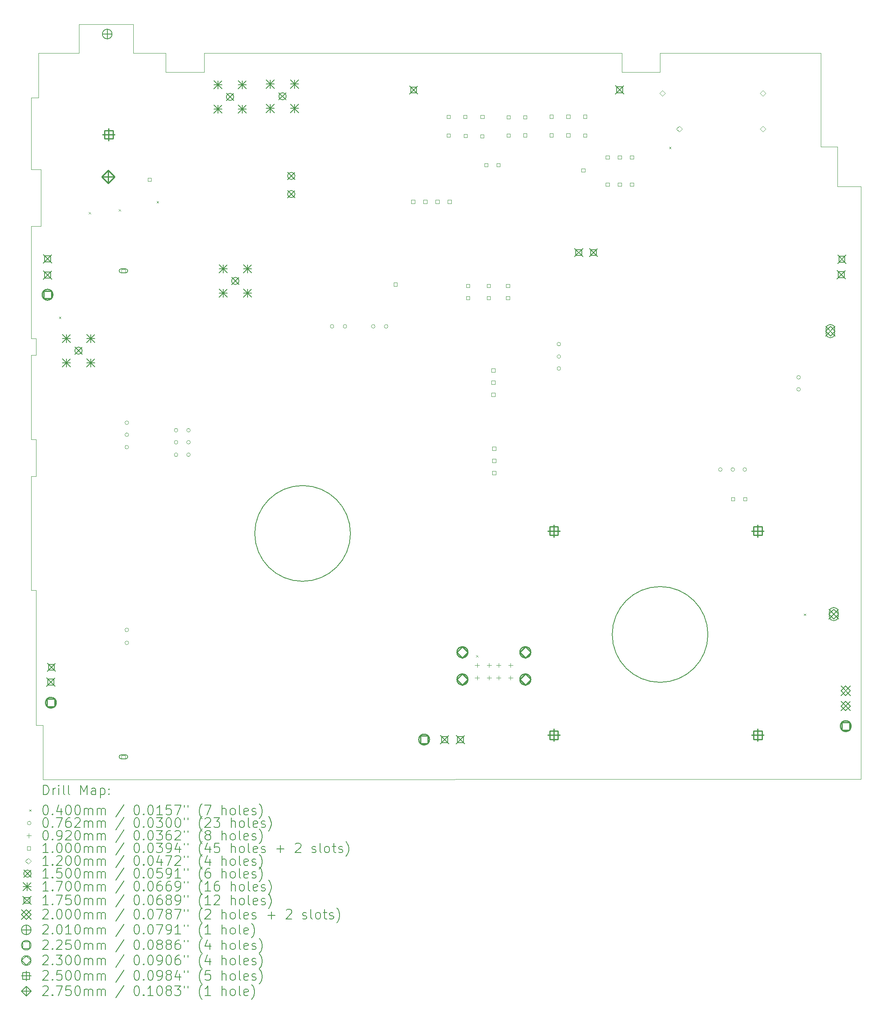
<source format=gbr>
%FSLAX45Y45*%
G04 Gerber Fmt 4.5, Leading zero omitted, Abs format (unit mm)*
G04 Created by KiCad (PCBNEW (6.0.1)) date 2022-04-19 11:59:11*
%MOMM*%
%LPD*%
G01*
G04 APERTURE LIST*
%TA.AperFunction,Profile*%
%ADD10C,0.150000*%
%TD*%
%TA.AperFunction,Profile*%
%ADD11C,0.100000*%
%TD*%
%ADD12C,0.200000*%
%ADD13C,0.040000*%
%ADD14C,0.076200*%
%ADD15C,0.092000*%
%ADD16C,0.100000*%
%ADD17C,0.120000*%
%ADD18C,0.150000*%
%ADD19C,0.170000*%
%ADD20C,0.175000*%
%ADD21C,0.201000*%
%ADD22C,0.225000*%
%ADD23C,0.230000*%
%ADD24C,0.250000*%
%ADD25C,0.275000*%
G04 APERTURE END LIST*
D10*
X19120000Y-15730000D02*
G75*
G03*
X19120000Y-15730000I-1000000J0D01*
G01*
X26590000Y-17840000D02*
G75*
G03*
X26590000Y-17840000I-1000000J0D01*
G01*
D11*
X29789000Y-8480000D02*
X29789000Y-20860000D01*
X12550000Y-16920000D02*
X12550000Y-19740000D01*
X12650000Y-8130000D02*
X12650000Y-9310000D01*
X13450000Y-5100000D02*
X14580000Y-5100000D01*
X14580000Y-5700000D02*
X15260000Y-5700000D01*
X12650000Y-9310000D02*
X12450000Y-9310000D01*
X12450000Y-11660000D02*
X12550000Y-11660000D01*
X24790000Y-5700000D02*
X24790000Y-6100000D01*
X25590000Y-6100000D02*
X25590000Y-5700000D01*
X16060000Y-5700000D02*
X24790000Y-5700000D01*
X12450000Y-14540000D02*
X12450000Y-16920000D01*
X15260000Y-5700000D02*
X15260000Y-6100000D01*
X12550000Y-13770000D02*
X12550000Y-14540000D01*
X12550000Y-14540000D02*
X12450000Y-14540000D01*
X29295000Y-7650000D02*
X29295000Y-8480000D01*
X29295000Y-8480000D02*
X29789000Y-8480000D01*
X12450000Y-6630000D02*
X12600000Y-6630000D01*
X12550000Y-19740000D02*
X12690000Y-19740000D01*
X12690000Y-20870000D02*
X29789000Y-20860000D01*
X15260000Y-6100000D02*
X16060000Y-6100000D01*
X12450000Y-13770000D02*
X12550000Y-13770000D01*
X12690000Y-19740000D02*
X12690000Y-20870000D01*
X13450000Y-5700000D02*
X13450000Y-5100000D01*
X12550000Y-12010000D02*
X12450000Y-12010000D01*
X12600000Y-5700000D02*
X13450000Y-5700000D01*
X28950000Y-7650000D02*
X29295000Y-7650000D01*
X12450000Y-12010000D02*
X12450000Y-13770000D01*
X12460000Y-8130000D02*
X12650000Y-8130000D01*
X12450000Y-9310000D02*
X12450000Y-11660000D01*
X12450000Y-6630000D02*
X12450000Y-8130000D01*
X12550000Y-11660000D02*
X12550000Y-12010000D01*
X16060000Y-6100000D02*
X16060000Y-5700000D01*
X12450000Y-16920000D02*
X12550000Y-16920000D01*
X28950000Y-5700000D02*
X28950000Y-7650000D01*
X24790000Y-6100000D02*
X25590000Y-6100000D01*
X12450000Y-8130000D02*
X12460000Y-8130000D01*
X14580000Y-5100000D02*
X14580000Y-5700000D01*
X25590000Y-5700000D02*
X28950000Y-5700000D01*
X12600000Y-6630000D02*
X12600000Y-5700000D01*
D12*
D13*
X13030000Y-11200000D02*
X13070000Y-11240000D01*
X13070000Y-11200000D02*
X13030000Y-11240000D01*
X13650000Y-9020000D02*
X13690000Y-9060000D01*
X13690000Y-9020000D02*
X13650000Y-9060000D01*
X14280000Y-8960000D02*
X14320000Y-9000000D01*
X14320000Y-8960000D02*
X14280000Y-9000000D01*
X15070000Y-8790000D02*
X15110000Y-8830000D01*
X15110000Y-8790000D02*
X15070000Y-8830000D01*
X21747000Y-18272000D02*
X21787000Y-18312000D01*
X21787000Y-18272000D02*
X21747000Y-18312000D01*
X25780000Y-7655000D02*
X25820000Y-7695000D01*
X25820000Y-7655000D02*
X25780000Y-7695000D01*
X28595000Y-17405000D02*
X28635000Y-17445000D01*
X28635000Y-17405000D02*
X28595000Y-17445000D01*
D14*
X14483600Y-13418000D02*
G75*
G03*
X14483600Y-13418000I-38100J0D01*
G01*
X14483600Y-13668000D02*
G75*
G03*
X14483600Y-13668000I-38100J0D01*
G01*
X14483600Y-13928000D02*
G75*
G03*
X14483600Y-13928000I-38100J0D01*
G01*
X14483600Y-17745000D02*
G75*
G03*
X14483600Y-17745000I-38100J0D01*
G01*
X14483600Y-18015000D02*
G75*
G03*
X14483600Y-18015000I-38100J0D01*
G01*
X15513100Y-13575500D02*
G75*
G03*
X15513100Y-13575500I-38100J0D01*
G01*
X15513100Y-13825500D02*
G75*
G03*
X15513100Y-13825500I-38100J0D01*
G01*
X15513100Y-14085500D02*
G75*
G03*
X15513100Y-14085500I-38100J0D01*
G01*
X15773100Y-13575500D02*
G75*
G03*
X15773100Y-13575500I-38100J0D01*
G01*
X15773100Y-13825500D02*
G75*
G03*
X15773100Y-13825500I-38100J0D01*
G01*
X15773100Y-14085500D02*
G75*
G03*
X15773100Y-14085500I-38100J0D01*
G01*
X18773100Y-11405500D02*
G75*
G03*
X18773100Y-11405500I-38100J0D01*
G01*
X19043100Y-11405500D02*
G75*
G03*
X19043100Y-11405500I-38100J0D01*
G01*
X19633100Y-11405500D02*
G75*
G03*
X19633100Y-11405500I-38100J0D01*
G01*
X19903100Y-11405500D02*
G75*
G03*
X19903100Y-11405500I-38100J0D01*
G01*
X23512600Y-11775500D02*
G75*
G03*
X23512600Y-11775500I-38100J0D01*
G01*
X23512600Y-12035500D02*
G75*
G03*
X23512600Y-12035500I-38100J0D01*
G01*
X23512600Y-12285500D02*
G75*
G03*
X23512600Y-12285500I-38100J0D01*
G01*
X26887600Y-14395500D02*
G75*
G03*
X26887600Y-14395500I-38100J0D01*
G01*
X27147600Y-14395500D02*
G75*
G03*
X27147600Y-14395500I-38100J0D01*
G01*
X27397600Y-14395500D02*
G75*
G03*
X27397600Y-14395500I-38100J0D01*
G01*
X28522600Y-12470500D02*
G75*
G03*
X28522600Y-12470500I-38100J0D01*
G01*
X28522600Y-12720500D02*
G75*
G03*
X28522600Y-12720500I-38100J0D01*
G01*
D15*
X21767000Y-18437000D02*
X21767000Y-18529000D01*
X21721000Y-18483000D02*
X21813000Y-18483000D01*
X21767000Y-18699000D02*
X21767000Y-18791000D01*
X21721000Y-18745000D02*
X21813000Y-18745000D01*
X22017000Y-18437000D02*
X22017000Y-18529000D01*
X21971000Y-18483000D02*
X22063000Y-18483000D01*
X22017000Y-18699000D02*
X22017000Y-18791000D01*
X21971000Y-18745000D02*
X22063000Y-18745000D01*
X22217000Y-18437000D02*
X22217000Y-18529000D01*
X22171000Y-18483000D02*
X22263000Y-18483000D01*
X22217000Y-18699000D02*
X22217000Y-18791000D01*
X22171000Y-18745000D02*
X22263000Y-18745000D01*
X22467000Y-18437000D02*
X22467000Y-18529000D01*
X22421000Y-18483000D02*
X22513000Y-18483000D01*
X22467000Y-18699000D02*
X22467000Y-18791000D01*
X22421000Y-18745000D02*
X22513000Y-18745000D01*
D16*
X14410856Y-10280356D02*
X14410856Y-10209644D01*
X14340144Y-10209644D01*
X14340144Y-10280356D01*
X14410856Y-10280356D01*
D12*
X14325500Y-10285000D02*
X14425500Y-10285000D01*
X14325500Y-10205000D02*
X14425500Y-10205000D01*
X14425500Y-10285000D02*
G75*
G03*
X14425500Y-10205000I0J40000D01*
G01*
X14325500Y-10205000D02*
G75*
G03*
X14325500Y-10285000I0J-40000D01*
G01*
D16*
X14410856Y-20430356D02*
X14410856Y-20359644D01*
X14340144Y-20359644D01*
X14340144Y-20430356D01*
X14410856Y-20430356D01*
D12*
X14325500Y-20435000D02*
X14425500Y-20435000D01*
X14325500Y-20355000D02*
X14425500Y-20355000D01*
X14425500Y-20435000D02*
G75*
G03*
X14425500Y-20355000I0J40000D01*
G01*
X14325500Y-20355000D02*
G75*
G03*
X14325500Y-20435000I0J-40000D01*
G01*
D16*
X14955356Y-8375356D02*
X14955356Y-8304644D01*
X14884644Y-8304644D01*
X14884644Y-8375356D01*
X14955356Y-8375356D01*
X20095356Y-10565356D02*
X20095356Y-10494644D01*
X20024644Y-10494644D01*
X20024644Y-10565356D01*
X20095356Y-10565356D01*
X20463356Y-8835356D02*
X20463356Y-8764644D01*
X20392644Y-8764644D01*
X20392644Y-8835356D01*
X20463356Y-8835356D01*
X20717356Y-8835356D02*
X20717356Y-8764644D01*
X20646644Y-8764644D01*
X20646644Y-8835356D01*
X20717356Y-8835356D01*
X20971356Y-8835356D02*
X20971356Y-8764644D01*
X20900644Y-8764644D01*
X20900644Y-8835356D01*
X20971356Y-8835356D01*
X21205356Y-7064106D02*
X21205356Y-6993394D01*
X21134644Y-6993394D01*
X21134644Y-7064106D01*
X21205356Y-7064106D01*
X21205356Y-7452106D02*
X21205356Y-7381394D01*
X21134644Y-7381394D01*
X21134644Y-7452106D01*
X21205356Y-7452106D01*
X21225356Y-8835356D02*
X21225356Y-8764644D01*
X21154644Y-8764644D01*
X21154644Y-8835356D01*
X21225356Y-8835356D01*
X21550356Y-7064106D02*
X21550356Y-6993394D01*
X21479644Y-6993394D01*
X21479644Y-7064106D01*
X21550356Y-7064106D01*
X21560356Y-7459106D02*
X21560356Y-7388394D01*
X21489644Y-7388394D01*
X21489644Y-7459106D01*
X21560356Y-7459106D01*
X21612856Y-10595356D02*
X21612856Y-10524644D01*
X21542144Y-10524644D01*
X21542144Y-10595356D01*
X21612856Y-10595356D01*
X21612856Y-10849356D02*
X21612856Y-10778644D01*
X21542144Y-10778644D01*
X21542144Y-10849356D01*
X21612856Y-10849356D01*
X21905356Y-7469106D02*
X21905356Y-7398394D01*
X21834644Y-7398394D01*
X21834644Y-7469106D01*
X21905356Y-7469106D01*
X21910356Y-7064106D02*
X21910356Y-6993394D01*
X21839644Y-6993394D01*
X21839644Y-7064106D01*
X21910356Y-7064106D01*
X21990356Y-8072856D02*
X21990356Y-8002144D01*
X21919644Y-8002144D01*
X21919644Y-8072856D01*
X21990356Y-8072856D01*
X22042856Y-10595356D02*
X22042856Y-10524644D01*
X21972144Y-10524644D01*
X21972144Y-10595356D01*
X22042856Y-10595356D01*
X22042856Y-10849356D02*
X22042856Y-10778644D01*
X21972144Y-10778644D01*
X21972144Y-10849356D01*
X22042856Y-10849356D01*
X22140356Y-12360356D02*
X22140356Y-12289644D01*
X22069644Y-12289644D01*
X22069644Y-12360356D01*
X22140356Y-12360356D01*
X22140356Y-12614356D02*
X22140356Y-12543644D01*
X22069644Y-12543644D01*
X22069644Y-12614356D01*
X22140356Y-12614356D01*
X22140356Y-12868356D02*
X22140356Y-12797644D01*
X22069644Y-12797644D01*
X22069644Y-12868356D01*
X22140356Y-12868356D01*
X22157856Y-13992856D02*
X22157856Y-13922144D01*
X22087144Y-13922144D01*
X22087144Y-13992856D01*
X22157856Y-13992856D01*
X22157856Y-14246856D02*
X22157856Y-14176144D01*
X22087144Y-14176144D01*
X22087144Y-14246856D01*
X22157856Y-14246856D01*
X22157856Y-14500856D02*
X22157856Y-14430144D01*
X22087144Y-14430144D01*
X22087144Y-14500856D01*
X22157856Y-14500856D01*
X22244356Y-8072856D02*
X22244356Y-8002144D01*
X22173644Y-8002144D01*
X22173644Y-8072856D01*
X22244356Y-8072856D01*
X22442856Y-10595356D02*
X22442856Y-10524644D01*
X22372144Y-10524644D01*
X22372144Y-10595356D01*
X22442856Y-10595356D01*
X22442856Y-10849356D02*
X22442856Y-10778644D01*
X22372144Y-10778644D01*
X22372144Y-10849356D01*
X22442856Y-10849356D01*
X22455356Y-7069106D02*
X22455356Y-6998394D01*
X22384644Y-6998394D01*
X22384644Y-7069106D01*
X22455356Y-7069106D01*
X22455356Y-7454106D02*
X22455356Y-7383394D01*
X22384644Y-7383394D01*
X22384644Y-7454106D01*
X22455356Y-7454106D01*
X22805356Y-7074106D02*
X22805356Y-7003394D01*
X22734644Y-7003394D01*
X22734644Y-7074106D01*
X22805356Y-7074106D01*
X22805356Y-7449106D02*
X22805356Y-7378394D01*
X22734644Y-7378394D01*
X22734644Y-7449106D01*
X22805356Y-7449106D01*
X23355356Y-7059106D02*
X23355356Y-6988394D01*
X23284644Y-6988394D01*
X23284644Y-7059106D01*
X23355356Y-7059106D01*
X23355356Y-7449106D02*
X23355356Y-7378394D01*
X23284644Y-7378394D01*
X23284644Y-7449106D01*
X23355356Y-7449106D01*
X23705356Y-7059106D02*
X23705356Y-6988394D01*
X23634644Y-6988394D01*
X23634644Y-7059106D01*
X23705356Y-7059106D01*
X23705356Y-7449106D02*
X23705356Y-7378394D01*
X23634644Y-7378394D01*
X23634644Y-7449106D01*
X23705356Y-7449106D01*
X24020356Y-8180356D02*
X24020356Y-8109644D01*
X23949644Y-8109644D01*
X23949644Y-8180356D01*
X24020356Y-8180356D01*
X24055356Y-7059106D02*
X24055356Y-6988394D01*
X23984644Y-6988394D01*
X23984644Y-7059106D01*
X24055356Y-7059106D01*
X24055356Y-7454106D02*
X24055356Y-7383394D01*
X23984644Y-7383394D01*
X23984644Y-7454106D01*
X24055356Y-7454106D01*
X24527356Y-7910356D02*
X24527356Y-7839644D01*
X24456644Y-7839644D01*
X24456644Y-7910356D01*
X24527356Y-7910356D01*
X24527356Y-8475356D02*
X24527356Y-8404644D01*
X24456644Y-8404644D01*
X24456644Y-8475356D01*
X24527356Y-8475356D01*
X24781356Y-7910356D02*
X24781356Y-7839644D01*
X24710644Y-7839644D01*
X24710644Y-7910356D01*
X24781356Y-7910356D01*
X24781356Y-8475356D02*
X24781356Y-8404644D01*
X24710644Y-8404644D01*
X24710644Y-8475356D01*
X24781356Y-8475356D01*
X25035356Y-7910356D02*
X25035356Y-7839644D01*
X24964644Y-7839644D01*
X24964644Y-7910356D01*
X25035356Y-7910356D01*
X25035356Y-8475356D02*
X25035356Y-8404644D01*
X24964644Y-8404644D01*
X24964644Y-8475356D01*
X25035356Y-8475356D01*
X27145356Y-15047856D02*
X27145356Y-14977144D01*
X27074644Y-14977144D01*
X27074644Y-15047856D01*
X27145356Y-15047856D01*
X27399356Y-15047856D02*
X27399356Y-14977144D01*
X27328644Y-14977144D01*
X27328644Y-15047856D01*
X27399356Y-15047856D01*
D17*
X25640750Y-6594250D02*
X25700750Y-6534250D01*
X25640750Y-6474250D01*
X25580750Y-6534250D01*
X25640750Y-6594250D01*
X25990750Y-7344250D02*
X26050750Y-7284250D01*
X25990750Y-7224250D01*
X25930750Y-7284250D01*
X25990750Y-7344250D01*
X27740750Y-6594250D02*
X27800750Y-6534250D01*
X27740750Y-6474250D01*
X27680750Y-6534250D01*
X27740750Y-6594250D01*
X27740750Y-7344250D02*
X27800750Y-7284250D01*
X27740750Y-7224250D01*
X27680750Y-7284250D01*
X27740750Y-7344250D01*
D18*
X13361600Y-11837600D02*
X13511600Y-11987600D01*
X13511600Y-11837600D02*
X13361600Y-11987600D01*
X13511600Y-11912600D02*
G75*
G03*
X13511600Y-11912600I-75000J0D01*
G01*
X16528200Y-6537900D02*
X16678200Y-6687900D01*
X16678200Y-6537900D02*
X16528200Y-6687900D01*
X16678200Y-6612900D02*
G75*
G03*
X16678200Y-6612900I-75000J0D01*
G01*
X16638200Y-10380900D02*
X16788200Y-10530900D01*
X16788200Y-10380900D02*
X16638200Y-10530900D01*
X16788200Y-10455900D02*
G75*
G03*
X16788200Y-10455900I-75000J0D01*
G01*
X17625000Y-6525000D02*
X17775000Y-6675000D01*
X17775000Y-6525000D02*
X17625000Y-6675000D01*
X17775000Y-6600000D02*
G75*
G03*
X17775000Y-6600000I-75000J0D01*
G01*
X17808200Y-8187900D02*
X17958200Y-8337900D01*
X17958200Y-8187900D02*
X17808200Y-8337900D01*
X17958200Y-8262900D02*
G75*
G03*
X17958200Y-8262900I-75000J0D01*
G01*
X17808200Y-8567900D02*
X17958200Y-8717900D01*
X17958200Y-8567900D02*
X17808200Y-8717900D01*
X17958200Y-8642900D02*
G75*
G03*
X17958200Y-8642900I-75000J0D01*
G01*
D19*
X13097600Y-11573600D02*
X13267600Y-11743600D01*
X13267600Y-11573600D02*
X13097600Y-11743600D01*
X13182600Y-11573600D02*
X13182600Y-11743600D01*
X13097600Y-11658600D02*
X13267600Y-11658600D01*
X13097600Y-12081600D02*
X13267600Y-12251600D01*
X13267600Y-12081600D02*
X13097600Y-12251600D01*
X13182600Y-12081600D02*
X13182600Y-12251600D01*
X13097600Y-12166600D02*
X13267600Y-12166600D01*
X13605600Y-11573600D02*
X13775600Y-11743600D01*
X13775600Y-11573600D02*
X13605600Y-11743600D01*
X13690600Y-11573600D02*
X13690600Y-11743600D01*
X13605600Y-11658600D02*
X13775600Y-11658600D01*
X13605600Y-12081600D02*
X13775600Y-12251600D01*
X13775600Y-12081600D02*
X13605600Y-12251600D01*
X13690600Y-12081600D02*
X13690600Y-12251600D01*
X13605600Y-12166600D02*
X13775600Y-12166600D01*
X16264200Y-6273900D02*
X16434200Y-6443900D01*
X16434200Y-6273900D02*
X16264200Y-6443900D01*
X16349200Y-6273900D02*
X16349200Y-6443900D01*
X16264200Y-6358900D02*
X16434200Y-6358900D01*
X16264200Y-6781900D02*
X16434200Y-6951900D01*
X16434200Y-6781900D02*
X16264200Y-6951900D01*
X16349200Y-6781900D02*
X16349200Y-6951900D01*
X16264200Y-6866900D02*
X16434200Y-6866900D01*
X16374200Y-10116900D02*
X16544200Y-10286900D01*
X16544200Y-10116900D02*
X16374200Y-10286900D01*
X16459200Y-10116900D02*
X16459200Y-10286900D01*
X16374200Y-10201900D02*
X16544200Y-10201900D01*
X16374200Y-10624900D02*
X16544200Y-10794900D01*
X16544200Y-10624900D02*
X16374200Y-10794900D01*
X16459200Y-10624900D02*
X16459200Y-10794900D01*
X16374200Y-10709900D02*
X16544200Y-10709900D01*
X16772200Y-6273900D02*
X16942200Y-6443900D01*
X16942200Y-6273900D02*
X16772200Y-6443900D01*
X16857200Y-6273900D02*
X16857200Y-6443900D01*
X16772200Y-6358900D02*
X16942200Y-6358900D01*
X16772200Y-6781900D02*
X16942200Y-6951900D01*
X16942200Y-6781900D02*
X16772200Y-6951900D01*
X16857200Y-6781900D02*
X16857200Y-6951900D01*
X16772200Y-6866900D02*
X16942200Y-6866900D01*
X16882200Y-10116900D02*
X17052200Y-10286900D01*
X17052200Y-10116900D02*
X16882200Y-10286900D01*
X16967200Y-10116900D02*
X16967200Y-10286900D01*
X16882200Y-10201900D02*
X17052200Y-10201900D01*
X16882200Y-10624900D02*
X17052200Y-10794900D01*
X17052200Y-10624900D02*
X16882200Y-10794900D01*
X16967200Y-10624900D02*
X16967200Y-10794900D01*
X16882200Y-10709900D02*
X17052200Y-10709900D01*
X17361000Y-6261000D02*
X17531000Y-6431000D01*
X17531000Y-6261000D02*
X17361000Y-6431000D01*
X17446000Y-6261000D02*
X17446000Y-6431000D01*
X17361000Y-6346000D02*
X17531000Y-6346000D01*
X17361000Y-6769000D02*
X17531000Y-6939000D01*
X17531000Y-6769000D02*
X17361000Y-6939000D01*
X17446000Y-6769000D02*
X17446000Y-6939000D01*
X17361000Y-6854000D02*
X17531000Y-6854000D01*
X17869000Y-6261000D02*
X18039000Y-6431000D01*
X18039000Y-6261000D02*
X17869000Y-6431000D01*
X17954000Y-6261000D02*
X17954000Y-6431000D01*
X17869000Y-6346000D02*
X18039000Y-6346000D01*
X17869000Y-6769000D02*
X18039000Y-6939000D01*
X18039000Y-6769000D02*
X17869000Y-6939000D01*
X17954000Y-6769000D02*
X17954000Y-6939000D01*
X17869000Y-6854000D02*
X18039000Y-6854000D01*
D20*
X12702000Y-9907500D02*
X12877000Y-10082500D01*
X12877000Y-9907500D02*
X12702000Y-10082500D01*
X12851372Y-10056872D02*
X12851372Y-9933128D01*
X12727628Y-9933128D01*
X12727628Y-10056872D01*
X12851372Y-10056872D01*
X12702000Y-10247500D02*
X12877000Y-10422500D01*
X12877000Y-10247500D02*
X12702000Y-10422500D01*
X12851372Y-10396872D02*
X12851372Y-10273128D01*
X12727628Y-10273128D01*
X12727628Y-10396872D01*
X12851372Y-10396872D01*
X12772500Y-18747500D02*
X12947500Y-18922500D01*
X12947500Y-18747500D02*
X12772500Y-18922500D01*
X12921872Y-18896872D02*
X12921872Y-18773128D01*
X12798128Y-18773128D01*
X12798128Y-18896872D01*
X12921872Y-18896872D01*
X12782500Y-18437500D02*
X12957500Y-18612500D01*
X12957500Y-18437500D02*
X12782500Y-18612500D01*
X12931872Y-18586872D02*
X12931872Y-18463128D01*
X12808128Y-18463128D01*
X12808128Y-18586872D01*
X12931872Y-18586872D01*
X20352500Y-6381250D02*
X20527500Y-6556250D01*
X20527500Y-6381250D02*
X20352500Y-6556250D01*
X20501872Y-6530622D02*
X20501872Y-6406878D01*
X20378128Y-6406878D01*
X20378128Y-6530622D01*
X20501872Y-6530622D01*
X21002500Y-19947500D02*
X21177500Y-20122500D01*
X21177500Y-19947500D02*
X21002500Y-20122500D01*
X21151872Y-20096872D02*
X21151872Y-19973128D01*
X21028128Y-19973128D01*
X21028128Y-20096872D01*
X21151872Y-20096872D01*
X21332903Y-19947500D02*
X21507903Y-20122500D01*
X21507903Y-19947500D02*
X21332903Y-20122500D01*
X21482275Y-20096872D02*
X21482275Y-19973128D01*
X21358530Y-19973128D01*
X21358530Y-20096872D01*
X21482275Y-20096872D01*
X23802000Y-9776105D02*
X23977000Y-9951105D01*
X23977000Y-9776105D02*
X23802000Y-9951105D01*
X23951372Y-9925478D02*
X23951372Y-9801733D01*
X23827628Y-9801733D01*
X23827628Y-9925478D01*
X23951372Y-9925478D01*
X24112000Y-9777500D02*
X24287000Y-9952500D01*
X24287000Y-9777500D02*
X24112000Y-9952500D01*
X24261372Y-9926872D02*
X24261372Y-9803128D01*
X24137628Y-9803128D01*
X24137628Y-9926872D01*
X24261372Y-9926872D01*
X24657500Y-6376250D02*
X24832500Y-6551250D01*
X24832500Y-6376250D02*
X24657500Y-6551250D01*
X24806872Y-6525622D02*
X24806872Y-6401878D01*
X24683128Y-6401878D01*
X24683128Y-6525622D01*
X24806872Y-6525622D01*
X29292000Y-10237500D02*
X29467000Y-10412500D01*
X29467000Y-10237500D02*
X29292000Y-10412500D01*
X29441372Y-10386872D02*
X29441372Y-10263128D01*
X29317628Y-10263128D01*
X29317628Y-10386872D01*
X29441372Y-10386872D01*
X29302000Y-9917500D02*
X29477000Y-10092500D01*
X29477000Y-9917500D02*
X29302000Y-10092500D01*
X29451372Y-10066872D02*
X29451372Y-9943128D01*
X29327628Y-9943128D01*
X29327628Y-10066872D01*
X29451372Y-10066872D01*
D12*
X29049500Y-11405000D02*
X29249500Y-11605000D01*
X29249500Y-11405000D02*
X29049500Y-11605000D01*
X29149500Y-11605000D02*
X29249500Y-11505000D01*
X29149500Y-11405000D01*
X29049500Y-11505000D01*
X29149500Y-11605000D01*
X29059500Y-11455000D02*
X29059500Y-11555000D01*
X29239500Y-11455000D02*
X29239500Y-11555000D01*
X29059500Y-11555000D02*
G75*
G03*
X29239500Y-11555000I90000J0D01*
G01*
X29239500Y-11455000D02*
G75*
G03*
X29059500Y-11455000I-90000J0D01*
G01*
X29120000Y-17315000D02*
X29320000Y-17515000D01*
X29320000Y-17315000D02*
X29120000Y-17515000D01*
X29220000Y-17515000D02*
X29320000Y-17415000D01*
X29220000Y-17315000D01*
X29120000Y-17415000D01*
X29220000Y-17515000D01*
X29310000Y-17465000D02*
X29310000Y-17365000D01*
X29130000Y-17465000D02*
X29130000Y-17365000D01*
X29310000Y-17365000D02*
G75*
G03*
X29130000Y-17365000I-90000J0D01*
G01*
X29130000Y-17465000D02*
G75*
G03*
X29310000Y-17465000I90000J0D01*
G01*
X29370000Y-18915000D02*
X29570000Y-19115000D01*
X29570000Y-18915000D02*
X29370000Y-19115000D01*
X29470000Y-19115000D02*
X29570000Y-19015000D01*
X29470000Y-18915000D01*
X29370000Y-19015000D01*
X29470000Y-19115000D01*
X29370000Y-19235000D02*
X29570000Y-19435000D01*
X29570000Y-19235000D02*
X29370000Y-19435000D01*
X29470000Y-19435000D02*
X29570000Y-19335000D01*
X29470000Y-19235000D01*
X29370000Y-19335000D01*
X29470000Y-19435000D01*
D21*
X14036750Y-5199500D02*
X14036750Y-5400500D01*
X13936250Y-5300000D02*
X14137250Y-5300000D01*
X14137250Y-5300000D02*
G75*
G03*
X14137250Y-5300000I-100500J0D01*
G01*
D22*
X12869050Y-10824550D02*
X12869050Y-10665450D01*
X12709950Y-10665450D01*
X12709950Y-10824550D01*
X12869050Y-10824550D01*
X12902000Y-10745000D02*
G75*
G03*
X12902000Y-10745000I-112500J0D01*
G01*
X12939550Y-19344550D02*
X12939550Y-19185450D01*
X12780450Y-19185450D01*
X12780450Y-19344550D01*
X12939550Y-19344550D01*
X12972500Y-19265000D02*
G75*
G03*
X12972500Y-19265000I-112500J0D01*
G01*
X20739550Y-20114550D02*
X20739550Y-19955450D01*
X20580450Y-19955450D01*
X20580450Y-20114550D01*
X20739550Y-20114550D01*
X20772500Y-20035000D02*
G75*
G03*
X20772500Y-20035000I-112500J0D01*
G01*
X29549550Y-19834550D02*
X29549550Y-19675450D01*
X29390450Y-19675450D01*
X29390450Y-19834550D01*
X29549550Y-19834550D01*
X29582500Y-19755000D02*
G75*
G03*
X29582500Y-19755000I-112500J0D01*
G01*
D23*
X21460000Y-18327000D02*
X21575000Y-18212000D01*
X21460000Y-18097000D01*
X21345000Y-18212000D01*
X21460000Y-18327000D01*
X21575000Y-18212000D02*
G75*
G03*
X21575000Y-18212000I-115000J0D01*
G01*
X21460000Y-18895000D02*
X21575000Y-18780000D01*
X21460000Y-18665000D01*
X21345000Y-18780000D01*
X21460000Y-18895000D01*
X21575000Y-18780000D02*
G75*
G03*
X21575000Y-18780000I-115000J0D01*
G01*
X22774000Y-18327000D02*
X22889000Y-18212000D01*
X22774000Y-18097000D01*
X22659000Y-18212000D01*
X22774000Y-18327000D01*
X22889000Y-18212000D02*
G75*
G03*
X22889000Y-18212000I-115000J0D01*
G01*
X22774000Y-18895000D02*
X22889000Y-18780000D01*
X22774000Y-18665000D01*
X22659000Y-18780000D01*
X22774000Y-18895000D01*
X22889000Y-18780000D02*
G75*
G03*
X22889000Y-18780000I-115000J0D01*
G01*
D24*
X14066750Y-7275000D02*
X14066750Y-7525000D01*
X13941750Y-7400000D02*
X14191750Y-7400000D01*
X14155139Y-7488389D02*
X14155139Y-7311611D01*
X13978361Y-7311611D01*
X13978361Y-7488389D01*
X14155139Y-7488389D01*
X23370000Y-15555000D02*
X23370000Y-15805000D01*
X23245000Y-15680000D02*
X23495000Y-15680000D01*
X23458389Y-15768389D02*
X23458389Y-15591611D01*
X23281611Y-15591611D01*
X23281611Y-15768389D01*
X23458389Y-15768389D01*
X23370000Y-19815000D02*
X23370000Y-20065000D01*
X23245000Y-19940000D02*
X23495000Y-19940000D01*
X23458389Y-20028389D02*
X23458389Y-19851611D01*
X23281611Y-19851611D01*
X23281611Y-20028389D01*
X23458389Y-20028389D01*
X27630000Y-15555000D02*
X27630000Y-15805000D01*
X27505000Y-15680000D02*
X27755000Y-15680000D01*
X27718389Y-15768389D02*
X27718389Y-15591611D01*
X27541611Y-15591611D01*
X27541611Y-15768389D01*
X27718389Y-15768389D01*
X27630000Y-19815000D02*
X27630000Y-20065000D01*
X27505000Y-19940000D02*
X27755000Y-19940000D01*
X27718389Y-20028389D02*
X27718389Y-19851611D01*
X27541611Y-19851611D01*
X27541611Y-20028389D01*
X27718389Y-20028389D01*
D25*
X14056750Y-8142500D02*
X14056750Y-8417500D01*
X13919250Y-8280000D02*
X14194250Y-8280000D01*
X14056750Y-8417500D02*
X14194250Y-8280000D01*
X14056750Y-8142500D01*
X13919250Y-8280000D01*
X14056750Y-8417500D01*
D12*
X12702619Y-21185476D02*
X12702619Y-20985476D01*
X12750238Y-20985476D01*
X12778809Y-20995000D01*
X12797857Y-21014048D01*
X12807381Y-21033095D01*
X12816905Y-21071190D01*
X12816905Y-21099762D01*
X12807381Y-21137857D01*
X12797857Y-21156905D01*
X12778809Y-21175952D01*
X12750238Y-21185476D01*
X12702619Y-21185476D01*
X12902619Y-21185476D02*
X12902619Y-21052143D01*
X12902619Y-21090238D02*
X12912143Y-21071190D01*
X12921667Y-21061667D01*
X12940714Y-21052143D01*
X12959762Y-21052143D01*
X13026428Y-21185476D02*
X13026428Y-21052143D01*
X13026428Y-20985476D02*
X13016905Y-20995000D01*
X13026428Y-21004524D01*
X13035952Y-20995000D01*
X13026428Y-20985476D01*
X13026428Y-21004524D01*
X13150238Y-21185476D02*
X13131190Y-21175952D01*
X13121667Y-21156905D01*
X13121667Y-20985476D01*
X13255000Y-21185476D02*
X13235952Y-21175952D01*
X13226428Y-21156905D01*
X13226428Y-20985476D01*
X13483571Y-21185476D02*
X13483571Y-20985476D01*
X13550238Y-21128333D01*
X13616905Y-20985476D01*
X13616905Y-21185476D01*
X13797857Y-21185476D02*
X13797857Y-21080714D01*
X13788333Y-21061667D01*
X13769286Y-21052143D01*
X13731190Y-21052143D01*
X13712143Y-21061667D01*
X13797857Y-21175952D02*
X13778809Y-21185476D01*
X13731190Y-21185476D01*
X13712143Y-21175952D01*
X13702619Y-21156905D01*
X13702619Y-21137857D01*
X13712143Y-21118810D01*
X13731190Y-21109286D01*
X13778809Y-21109286D01*
X13797857Y-21099762D01*
X13893095Y-21052143D02*
X13893095Y-21252143D01*
X13893095Y-21061667D02*
X13912143Y-21052143D01*
X13950238Y-21052143D01*
X13969286Y-21061667D01*
X13978809Y-21071190D01*
X13988333Y-21090238D01*
X13988333Y-21147381D01*
X13978809Y-21166429D01*
X13969286Y-21175952D01*
X13950238Y-21185476D01*
X13912143Y-21185476D01*
X13893095Y-21175952D01*
X14074048Y-21166429D02*
X14083571Y-21175952D01*
X14074048Y-21185476D01*
X14064524Y-21175952D01*
X14074048Y-21166429D01*
X14074048Y-21185476D01*
X14074048Y-21061667D02*
X14083571Y-21071190D01*
X14074048Y-21080714D01*
X14064524Y-21071190D01*
X14074048Y-21061667D01*
X14074048Y-21080714D01*
D13*
X12405000Y-21495000D02*
X12445000Y-21535000D01*
X12445000Y-21495000D02*
X12405000Y-21535000D01*
D12*
X12740714Y-21405476D02*
X12759762Y-21405476D01*
X12778809Y-21415000D01*
X12788333Y-21424524D01*
X12797857Y-21443571D01*
X12807381Y-21481667D01*
X12807381Y-21529286D01*
X12797857Y-21567381D01*
X12788333Y-21586429D01*
X12778809Y-21595952D01*
X12759762Y-21605476D01*
X12740714Y-21605476D01*
X12721667Y-21595952D01*
X12712143Y-21586429D01*
X12702619Y-21567381D01*
X12693095Y-21529286D01*
X12693095Y-21481667D01*
X12702619Y-21443571D01*
X12712143Y-21424524D01*
X12721667Y-21415000D01*
X12740714Y-21405476D01*
X12893095Y-21586429D02*
X12902619Y-21595952D01*
X12893095Y-21605476D01*
X12883571Y-21595952D01*
X12893095Y-21586429D01*
X12893095Y-21605476D01*
X13074048Y-21472143D02*
X13074048Y-21605476D01*
X13026428Y-21395952D02*
X12978809Y-21538810D01*
X13102619Y-21538810D01*
X13216905Y-21405476D02*
X13235952Y-21405476D01*
X13255000Y-21415000D01*
X13264524Y-21424524D01*
X13274048Y-21443571D01*
X13283571Y-21481667D01*
X13283571Y-21529286D01*
X13274048Y-21567381D01*
X13264524Y-21586429D01*
X13255000Y-21595952D01*
X13235952Y-21605476D01*
X13216905Y-21605476D01*
X13197857Y-21595952D01*
X13188333Y-21586429D01*
X13178809Y-21567381D01*
X13169286Y-21529286D01*
X13169286Y-21481667D01*
X13178809Y-21443571D01*
X13188333Y-21424524D01*
X13197857Y-21415000D01*
X13216905Y-21405476D01*
X13407381Y-21405476D02*
X13426428Y-21405476D01*
X13445476Y-21415000D01*
X13455000Y-21424524D01*
X13464524Y-21443571D01*
X13474048Y-21481667D01*
X13474048Y-21529286D01*
X13464524Y-21567381D01*
X13455000Y-21586429D01*
X13445476Y-21595952D01*
X13426428Y-21605476D01*
X13407381Y-21605476D01*
X13388333Y-21595952D01*
X13378809Y-21586429D01*
X13369286Y-21567381D01*
X13359762Y-21529286D01*
X13359762Y-21481667D01*
X13369286Y-21443571D01*
X13378809Y-21424524D01*
X13388333Y-21415000D01*
X13407381Y-21405476D01*
X13559762Y-21605476D02*
X13559762Y-21472143D01*
X13559762Y-21491190D02*
X13569286Y-21481667D01*
X13588333Y-21472143D01*
X13616905Y-21472143D01*
X13635952Y-21481667D01*
X13645476Y-21500714D01*
X13645476Y-21605476D01*
X13645476Y-21500714D02*
X13655000Y-21481667D01*
X13674048Y-21472143D01*
X13702619Y-21472143D01*
X13721667Y-21481667D01*
X13731190Y-21500714D01*
X13731190Y-21605476D01*
X13826428Y-21605476D02*
X13826428Y-21472143D01*
X13826428Y-21491190D02*
X13835952Y-21481667D01*
X13855000Y-21472143D01*
X13883571Y-21472143D01*
X13902619Y-21481667D01*
X13912143Y-21500714D01*
X13912143Y-21605476D01*
X13912143Y-21500714D02*
X13921667Y-21481667D01*
X13940714Y-21472143D01*
X13969286Y-21472143D01*
X13988333Y-21481667D01*
X13997857Y-21500714D01*
X13997857Y-21605476D01*
X14388333Y-21395952D02*
X14216905Y-21653095D01*
X14645476Y-21405476D02*
X14664524Y-21405476D01*
X14683571Y-21415000D01*
X14693095Y-21424524D01*
X14702619Y-21443571D01*
X14712143Y-21481667D01*
X14712143Y-21529286D01*
X14702619Y-21567381D01*
X14693095Y-21586429D01*
X14683571Y-21595952D01*
X14664524Y-21605476D01*
X14645476Y-21605476D01*
X14626428Y-21595952D01*
X14616905Y-21586429D01*
X14607381Y-21567381D01*
X14597857Y-21529286D01*
X14597857Y-21481667D01*
X14607381Y-21443571D01*
X14616905Y-21424524D01*
X14626428Y-21415000D01*
X14645476Y-21405476D01*
X14797857Y-21586429D02*
X14807381Y-21595952D01*
X14797857Y-21605476D01*
X14788333Y-21595952D01*
X14797857Y-21586429D01*
X14797857Y-21605476D01*
X14931190Y-21405476D02*
X14950238Y-21405476D01*
X14969286Y-21415000D01*
X14978809Y-21424524D01*
X14988333Y-21443571D01*
X14997857Y-21481667D01*
X14997857Y-21529286D01*
X14988333Y-21567381D01*
X14978809Y-21586429D01*
X14969286Y-21595952D01*
X14950238Y-21605476D01*
X14931190Y-21605476D01*
X14912143Y-21595952D01*
X14902619Y-21586429D01*
X14893095Y-21567381D01*
X14883571Y-21529286D01*
X14883571Y-21481667D01*
X14893095Y-21443571D01*
X14902619Y-21424524D01*
X14912143Y-21415000D01*
X14931190Y-21405476D01*
X15188333Y-21605476D02*
X15074048Y-21605476D01*
X15131190Y-21605476D02*
X15131190Y-21405476D01*
X15112143Y-21434048D01*
X15093095Y-21453095D01*
X15074048Y-21462619D01*
X15369286Y-21405476D02*
X15274048Y-21405476D01*
X15264524Y-21500714D01*
X15274048Y-21491190D01*
X15293095Y-21481667D01*
X15340714Y-21481667D01*
X15359762Y-21491190D01*
X15369286Y-21500714D01*
X15378809Y-21519762D01*
X15378809Y-21567381D01*
X15369286Y-21586429D01*
X15359762Y-21595952D01*
X15340714Y-21605476D01*
X15293095Y-21605476D01*
X15274048Y-21595952D01*
X15264524Y-21586429D01*
X15445476Y-21405476D02*
X15578809Y-21405476D01*
X15493095Y-21605476D01*
X15645476Y-21405476D02*
X15645476Y-21443571D01*
X15721667Y-21405476D02*
X15721667Y-21443571D01*
X16016905Y-21681667D02*
X16007381Y-21672143D01*
X15988333Y-21643571D01*
X15978809Y-21624524D01*
X15969286Y-21595952D01*
X15959762Y-21548333D01*
X15959762Y-21510238D01*
X15969286Y-21462619D01*
X15978809Y-21434048D01*
X15988333Y-21415000D01*
X16007381Y-21386429D01*
X16016905Y-21376905D01*
X16074048Y-21405476D02*
X16207381Y-21405476D01*
X16121667Y-21605476D01*
X16435952Y-21605476D02*
X16435952Y-21405476D01*
X16521667Y-21605476D02*
X16521667Y-21500714D01*
X16512143Y-21481667D01*
X16493095Y-21472143D01*
X16464524Y-21472143D01*
X16445476Y-21481667D01*
X16435952Y-21491190D01*
X16645476Y-21605476D02*
X16626428Y-21595952D01*
X16616905Y-21586429D01*
X16607381Y-21567381D01*
X16607381Y-21510238D01*
X16616905Y-21491190D01*
X16626428Y-21481667D01*
X16645476Y-21472143D01*
X16674048Y-21472143D01*
X16693095Y-21481667D01*
X16702619Y-21491190D01*
X16712143Y-21510238D01*
X16712143Y-21567381D01*
X16702619Y-21586429D01*
X16693095Y-21595952D01*
X16674048Y-21605476D01*
X16645476Y-21605476D01*
X16826429Y-21605476D02*
X16807381Y-21595952D01*
X16797857Y-21576905D01*
X16797857Y-21405476D01*
X16978810Y-21595952D02*
X16959762Y-21605476D01*
X16921667Y-21605476D01*
X16902619Y-21595952D01*
X16893095Y-21576905D01*
X16893095Y-21500714D01*
X16902619Y-21481667D01*
X16921667Y-21472143D01*
X16959762Y-21472143D01*
X16978810Y-21481667D01*
X16988333Y-21500714D01*
X16988333Y-21519762D01*
X16893095Y-21538810D01*
X17064524Y-21595952D02*
X17083571Y-21605476D01*
X17121667Y-21605476D01*
X17140714Y-21595952D01*
X17150238Y-21576905D01*
X17150238Y-21567381D01*
X17140714Y-21548333D01*
X17121667Y-21538810D01*
X17093095Y-21538810D01*
X17074048Y-21529286D01*
X17064524Y-21510238D01*
X17064524Y-21500714D01*
X17074048Y-21481667D01*
X17093095Y-21472143D01*
X17121667Y-21472143D01*
X17140714Y-21481667D01*
X17216905Y-21681667D02*
X17226429Y-21672143D01*
X17245476Y-21643571D01*
X17255000Y-21624524D01*
X17264524Y-21595952D01*
X17274048Y-21548333D01*
X17274048Y-21510238D01*
X17264524Y-21462619D01*
X17255000Y-21434048D01*
X17245476Y-21415000D01*
X17226429Y-21386429D01*
X17216905Y-21376905D01*
D14*
X12445000Y-21779000D02*
G75*
G03*
X12445000Y-21779000I-38100J0D01*
G01*
D12*
X12740714Y-21669476D02*
X12759762Y-21669476D01*
X12778809Y-21679000D01*
X12788333Y-21688524D01*
X12797857Y-21707571D01*
X12807381Y-21745667D01*
X12807381Y-21793286D01*
X12797857Y-21831381D01*
X12788333Y-21850429D01*
X12778809Y-21859952D01*
X12759762Y-21869476D01*
X12740714Y-21869476D01*
X12721667Y-21859952D01*
X12712143Y-21850429D01*
X12702619Y-21831381D01*
X12693095Y-21793286D01*
X12693095Y-21745667D01*
X12702619Y-21707571D01*
X12712143Y-21688524D01*
X12721667Y-21679000D01*
X12740714Y-21669476D01*
X12893095Y-21850429D02*
X12902619Y-21859952D01*
X12893095Y-21869476D01*
X12883571Y-21859952D01*
X12893095Y-21850429D01*
X12893095Y-21869476D01*
X12969286Y-21669476D02*
X13102619Y-21669476D01*
X13016905Y-21869476D01*
X13264524Y-21669476D02*
X13226428Y-21669476D01*
X13207381Y-21679000D01*
X13197857Y-21688524D01*
X13178809Y-21717095D01*
X13169286Y-21755190D01*
X13169286Y-21831381D01*
X13178809Y-21850429D01*
X13188333Y-21859952D01*
X13207381Y-21869476D01*
X13245476Y-21869476D01*
X13264524Y-21859952D01*
X13274048Y-21850429D01*
X13283571Y-21831381D01*
X13283571Y-21783762D01*
X13274048Y-21764714D01*
X13264524Y-21755190D01*
X13245476Y-21745667D01*
X13207381Y-21745667D01*
X13188333Y-21755190D01*
X13178809Y-21764714D01*
X13169286Y-21783762D01*
X13359762Y-21688524D02*
X13369286Y-21679000D01*
X13388333Y-21669476D01*
X13435952Y-21669476D01*
X13455000Y-21679000D01*
X13464524Y-21688524D01*
X13474048Y-21707571D01*
X13474048Y-21726619D01*
X13464524Y-21755190D01*
X13350238Y-21869476D01*
X13474048Y-21869476D01*
X13559762Y-21869476D02*
X13559762Y-21736143D01*
X13559762Y-21755190D02*
X13569286Y-21745667D01*
X13588333Y-21736143D01*
X13616905Y-21736143D01*
X13635952Y-21745667D01*
X13645476Y-21764714D01*
X13645476Y-21869476D01*
X13645476Y-21764714D02*
X13655000Y-21745667D01*
X13674048Y-21736143D01*
X13702619Y-21736143D01*
X13721667Y-21745667D01*
X13731190Y-21764714D01*
X13731190Y-21869476D01*
X13826428Y-21869476D02*
X13826428Y-21736143D01*
X13826428Y-21755190D02*
X13835952Y-21745667D01*
X13855000Y-21736143D01*
X13883571Y-21736143D01*
X13902619Y-21745667D01*
X13912143Y-21764714D01*
X13912143Y-21869476D01*
X13912143Y-21764714D02*
X13921667Y-21745667D01*
X13940714Y-21736143D01*
X13969286Y-21736143D01*
X13988333Y-21745667D01*
X13997857Y-21764714D01*
X13997857Y-21869476D01*
X14388333Y-21659952D02*
X14216905Y-21917095D01*
X14645476Y-21669476D02*
X14664524Y-21669476D01*
X14683571Y-21679000D01*
X14693095Y-21688524D01*
X14702619Y-21707571D01*
X14712143Y-21745667D01*
X14712143Y-21793286D01*
X14702619Y-21831381D01*
X14693095Y-21850429D01*
X14683571Y-21859952D01*
X14664524Y-21869476D01*
X14645476Y-21869476D01*
X14626428Y-21859952D01*
X14616905Y-21850429D01*
X14607381Y-21831381D01*
X14597857Y-21793286D01*
X14597857Y-21745667D01*
X14607381Y-21707571D01*
X14616905Y-21688524D01*
X14626428Y-21679000D01*
X14645476Y-21669476D01*
X14797857Y-21850429D02*
X14807381Y-21859952D01*
X14797857Y-21869476D01*
X14788333Y-21859952D01*
X14797857Y-21850429D01*
X14797857Y-21869476D01*
X14931190Y-21669476D02*
X14950238Y-21669476D01*
X14969286Y-21679000D01*
X14978809Y-21688524D01*
X14988333Y-21707571D01*
X14997857Y-21745667D01*
X14997857Y-21793286D01*
X14988333Y-21831381D01*
X14978809Y-21850429D01*
X14969286Y-21859952D01*
X14950238Y-21869476D01*
X14931190Y-21869476D01*
X14912143Y-21859952D01*
X14902619Y-21850429D01*
X14893095Y-21831381D01*
X14883571Y-21793286D01*
X14883571Y-21745667D01*
X14893095Y-21707571D01*
X14902619Y-21688524D01*
X14912143Y-21679000D01*
X14931190Y-21669476D01*
X15064524Y-21669476D02*
X15188333Y-21669476D01*
X15121667Y-21745667D01*
X15150238Y-21745667D01*
X15169286Y-21755190D01*
X15178809Y-21764714D01*
X15188333Y-21783762D01*
X15188333Y-21831381D01*
X15178809Y-21850429D01*
X15169286Y-21859952D01*
X15150238Y-21869476D01*
X15093095Y-21869476D01*
X15074048Y-21859952D01*
X15064524Y-21850429D01*
X15312143Y-21669476D02*
X15331190Y-21669476D01*
X15350238Y-21679000D01*
X15359762Y-21688524D01*
X15369286Y-21707571D01*
X15378809Y-21745667D01*
X15378809Y-21793286D01*
X15369286Y-21831381D01*
X15359762Y-21850429D01*
X15350238Y-21859952D01*
X15331190Y-21869476D01*
X15312143Y-21869476D01*
X15293095Y-21859952D01*
X15283571Y-21850429D01*
X15274048Y-21831381D01*
X15264524Y-21793286D01*
X15264524Y-21745667D01*
X15274048Y-21707571D01*
X15283571Y-21688524D01*
X15293095Y-21679000D01*
X15312143Y-21669476D01*
X15502619Y-21669476D02*
X15521667Y-21669476D01*
X15540714Y-21679000D01*
X15550238Y-21688524D01*
X15559762Y-21707571D01*
X15569286Y-21745667D01*
X15569286Y-21793286D01*
X15559762Y-21831381D01*
X15550238Y-21850429D01*
X15540714Y-21859952D01*
X15521667Y-21869476D01*
X15502619Y-21869476D01*
X15483571Y-21859952D01*
X15474048Y-21850429D01*
X15464524Y-21831381D01*
X15455000Y-21793286D01*
X15455000Y-21745667D01*
X15464524Y-21707571D01*
X15474048Y-21688524D01*
X15483571Y-21679000D01*
X15502619Y-21669476D01*
X15645476Y-21669476D02*
X15645476Y-21707571D01*
X15721667Y-21669476D02*
X15721667Y-21707571D01*
X16016905Y-21945667D02*
X16007381Y-21936143D01*
X15988333Y-21907571D01*
X15978809Y-21888524D01*
X15969286Y-21859952D01*
X15959762Y-21812333D01*
X15959762Y-21774238D01*
X15969286Y-21726619D01*
X15978809Y-21698048D01*
X15988333Y-21679000D01*
X16007381Y-21650429D01*
X16016905Y-21640905D01*
X16083571Y-21688524D02*
X16093095Y-21679000D01*
X16112143Y-21669476D01*
X16159762Y-21669476D01*
X16178809Y-21679000D01*
X16188333Y-21688524D01*
X16197857Y-21707571D01*
X16197857Y-21726619D01*
X16188333Y-21755190D01*
X16074048Y-21869476D01*
X16197857Y-21869476D01*
X16264524Y-21669476D02*
X16388333Y-21669476D01*
X16321667Y-21745667D01*
X16350238Y-21745667D01*
X16369286Y-21755190D01*
X16378809Y-21764714D01*
X16388333Y-21783762D01*
X16388333Y-21831381D01*
X16378809Y-21850429D01*
X16369286Y-21859952D01*
X16350238Y-21869476D01*
X16293095Y-21869476D01*
X16274048Y-21859952D01*
X16264524Y-21850429D01*
X16626428Y-21869476D02*
X16626428Y-21669476D01*
X16712143Y-21869476D02*
X16712143Y-21764714D01*
X16702619Y-21745667D01*
X16683571Y-21736143D01*
X16655000Y-21736143D01*
X16635952Y-21745667D01*
X16626428Y-21755190D01*
X16835952Y-21869476D02*
X16816905Y-21859952D01*
X16807381Y-21850429D01*
X16797857Y-21831381D01*
X16797857Y-21774238D01*
X16807381Y-21755190D01*
X16816905Y-21745667D01*
X16835952Y-21736143D01*
X16864524Y-21736143D01*
X16883571Y-21745667D01*
X16893095Y-21755190D01*
X16902619Y-21774238D01*
X16902619Y-21831381D01*
X16893095Y-21850429D01*
X16883571Y-21859952D01*
X16864524Y-21869476D01*
X16835952Y-21869476D01*
X17016905Y-21869476D02*
X16997857Y-21859952D01*
X16988333Y-21840905D01*
X16988333Y-21669476D01*
X17169286Y-21859952D02*
X17150238Y-21869476D01*
X17112143Y-21869476D01*
X17093095Y-21859952D01*
X17083571Y-21840905D01*
X17083571Y-21764714D01*
X17093095Y-21745667D01*
X17112143Y-21736143D01*
X17150238Y-21736143D01*
X17169286Y-21745667D01*
X17178810Y-21764714D01*
X17178810Y-21783762D01*
X17083571Y-21802810D01*
X17255000Y-21859952D02*
X17274048Y-21869476D01*
X17312143Y-21869476D01*
X17331190Y-21859952D01*
X17340714Y-21840905D01*
X17340714Y-21831381D01*
X17331190Y-21812333D01*
X17312143Y-21802810D01*
X17283571Y-21802810D01*
X17264524Y-21793286D01*
X17255000Y-21774238D01*
X17255000Y-21764714D01*
X17264524Y-21745667D01*
X17283571Y-21736143D01*
X17312143Y-21736143D01*
X17331190Y-21745667D01*
X17407381Y-21945667D02*
X17416905Y-21936143D01*
X17435952Y-21907571D01*
X17445476Y-21888524D01*
X17455000Y-21859952D01*
X17464524Y-21812333D01*
X17464524Y-21774238D01*
X17455000Y-21726619D01*
X17445476Y-21698048D01*
X17435952Y-21679000D01*
X17416905Y-21650429D01*
X17407381Y-21640905D01*
D15*
X12399000Y-21997000D02*
X12399000Y-22089000D01*
X12353000Y-22043000D02*
X12445000Y-22043000D01*
D12*
X12740714Y-21933476D02*
X12759762Y-21933476D01*
X12778809Y-21943000D01*
X12788333Y-21952524D01*
X12797857Y-21971571D01*
X12807381Y-22009667D01*
X12807381Y-22057286D01*
X12797857Y-22095381D01*
X12788333Y-22114429D01*
X12778809Y-22123952D01*
X12759762Y-22133476D01*
X12740714Y-22133476D01*
X12721667Y-22123952D01*
X12712143Y-22114429D01*
X12702619Y-22095381D01*
X12693095Y-22057286D01*
X12693095Y-22009667D01*
X12702619Y-21971571D01*
X12712143Y-21952524D01*
X12721667Y-21943000D01*
X12740714Y-21933476D01*
X12893095Y-22114429D02*
X12902619Y-22123952D01*
X12893095Y-22133476D01*
X12883571Y-22123952D01*
X12893095Y-22114429D01*
X12893095Y-22133476D01*
X12997857Y-22133476D02*
X13035952Y-22133476D01*
X13055000Y-22123952D01*
X13064524Y-22114429D01*
X13083571Y-22085857D01*
X13093095Y-22047762D01*
X13093095Y-21971571D01*
X13083571Y-21952524D01*
X13074048Y-21943000D01*
X13055000Y-21933476D01*
X13016905Y-21933476D01*
X12997857Y-21943000D01*
X12988333Y-21952524D01*
X12978809Y-21971571D01*
X12978809Y-22019190D01*
X12988333Y-22038238D01*
X12997857Y-22047762D01*
X13016905Y-22057286D01*
X13055000Y-22057286D01*
X13074048Y-22047762D01*
X13083571Y-22038238D01*
X13093095Y-22019190D01*
X13169286Y-21952524D02*
X13178809Y-21943000D01*
X13197857Y-21933476D01*
X13245476Y-21933476D01*
X13264524Y-21943000D01*
X13274048Y-21952524D01*
X13283571Y-21971571D01*
X13283571Y-21990619D01*
X13274048Y-22019190D01*
X13159762Y-22133476D01*
X13283571Y-22133476D01*
X13407381Y-21933476D02*
X13426428Y-21933476D01*
X13445476Y-21943000D01*
X13455000Y-21952524D01*
X13464524Y-21971571D01*
X13474048Y-22009667D01*
X13474048Y-22057286D01*
X13464524Y-22095381D01*
X13455000Y-22114429D01*
X13445476Y-22123952D01*
X13426428Y-22133476D01*
X13407381Y-22133476D01*
X13388333Y-22123952D01*
X13378809Y-22114429D01*
X13369286Y-22095381D01*
X13359762Y-22057286D01*
X13359762Y-22009667D01*
X13369286Y-21971571D01*
X13378809Y-21952524D01*
X13388333Y-21943000D01*
X13407381Y-21933476D01*
X13559762Y-22133476D02*
X13559762Y-22000143D01*
X13559762Y-22019190D02*
X13569286Y-22009667D01*
X13588333Y-22000143D01*
X13616905Y-22000143D01*
X13635952Y-22009667D01*
X13645476Y-22028714D01*
X13645476Y-22133476D01*
X13645476Y-22028714D02*
X13655000Y-22009667D01*
X13674048Y-22000143D01*
X13702619Y-22000143D01*
X13721667Y-22009667D01*
X13731190Y-22028714D01*
X13731190Y-22133476D01*
X13826428Y-22133476D02*
X13826428Y-22000143D01*
X13826428Y-22019190D02*
X13835952Y-22009667D01*
X13855000Y-22000143D01*
X13883571Y-22000143D01*
X13902619Y-22009667D01*
X13912143Y-22028714D01*
X13912143Y-22133476D01*
X13912143Y-22028714D02*
X13921667Y-22009667D01*
X13940714Y-22000143D01*
X13969286Y-22000143D01*
X13988333Y-22009667D01*
X13997857Y-22028714D01*
X13997857Y-22133476D01*
X14388333Y-21923952D02*
X14216905Y-22181095D01*
X14645476Y-21933476D02*
X14664524Y-21933476D01*
X14683571Y-21943000D01*
X14693095Y-21952524D01*
X14702619Y-21971571D01*
X14712143Y-22009667D01*
X14712143Y-22057286D01*
X14702619Y-22095381D01*
X14693095Y-22114429D01*
X14683571Y-22123952D01*
X14664524Y-22133476D01*
X14645476Y-22133476D01*
X14626428Y-22123952D01*
X14616905Y-22114429D01*
X14607381Y-22095381D01*
X14597857Y-22057286D01*
X14597857Y-22009667D01*
X14607381Y-21971571D01*
X14616905Y-21952524D01*
X14626428Y-21943000D01*
X14645476Y-21933476D01*
X14797857Y-22114429D02*
X14807381Y-22123952D01*
X14797857Y-22133476D01*
X14788333Y-22123952D01*
X14797857Y-22114429D01*
X14797857Y-22133476D01*
X14931190Y-21933476D02*
X14950238Y-21933476D01*
X14969286Y-21943000D01*
X14978809Y-21952524D01*
X14988333Y-21971571D01*
X14997857Y-22009667D01*
X14997857Y-22057286D01*
X14988333Y-22095381D01*
X14978809Y-22114429D01*
X14969286Y-22123952D01*
X14950238Y-22133476D01*
X14931190Y-22133476D01*
X14912143Y-22123952D01*
X14902619Y-22114429D01*
X14893095Y-22095381D01*
X14883571Y-22057286D01*
X14883571Y-22009667D01*
X14893095Y-21971571D01*
X14902619Y-21952524D01*
X14912143Y-21943000D01*
X14931190Y-21933476D01*
X15064524Y-21933476D02*
X15188333Y-21933476D01*
X15121667Y-22009667D01*
X15150238Y-22009667D01*
X15169286Y-22019190D01*
X15178809Y-22028714D01*
X15188333Y-22047762D01*
X15188333Y-22095381D01*
X15178809Y-22114429D01*
X15169286Y-22123952D01*
X15150238Y-22133476D01*
X15093095Y-22133476D01*
X15074048Y-22123952D01*
X15064524Y-22114429D01*
X15359762Y-21933476D02*
X15321667Y-21933476D01*
X15302619Y-21943000D01*
X15293095Y-21952524D01*
X15274048Y-21981095D01*
X15264524Y-22019190D01*
X15264524Y-22095381D01*
X15274048Y-22114429D01*
X15283571Y-22123952D01*
X15302619Y-22133476D01*
X15340714Y-22133476D01*
X15359762Y-22123952D01*
X15369286Y-22114429D01*
X15378809Y-22095381D01*
X15378809Y-22047762D01*
X15369286Y-22028714D01*
X15359762Y-22019190D01*
X15340714Y-22009667D01*
X15302619Y-22009667D01*
X15283571Y-22019190D01*
X15274048Y-22028714D01*
X15264524Y-22047762D01*
X15455000Y-21952524D02*
X15464524Y-21943000D01*
X15483571Y-21933476D01*
X15531190Y-21933476D01*
X15550238Y-21943000D01*
X15559762Y-21952524D01*
X15569286Y-21971571D01*
X15569286Y-21990619D01*
X15559762Y-22019190D01*
X15445476Y-22133476D01*
X15569286Y-22133476D01*
X15645476Y-21933476D02*
X15645476Y-21971571D01*
X15721667Y-21933476D02*
X15721667Y-21971571D01*
X16016905Y-22209667D02*
X16007381Y-22200143D01*
X15988333Y-22171571D01*
X15978809Y-22152524D01*
X15969286Y-22123952D01*
X15959762Y-22076333D01*
X15959762Y-22038238D01*
X15969286Y-21990619D01*
X15978809Y-21962048D01*
X15988333Y-21943000D01*
X16007381Y-21914429D01*
X16016905Y-21904905D01*
X16121667Y-22019190D02*
X16102619Y-22009667D01*
X16093095Y-22000143D01*
X16083571Y-21981095D01*
X16083571Y-21971571D01*
X16093095Y-21952524D01*
X16102619Y-21943000D01*
X16121667Y-21933476D01*
X16159762Y-21933476D01*
X16178809Y-21943000D01*
X16188333Y-21952524D01*
X16197857Y-21971571D01*
X16197857Y-21981095D01*
X16188333Y-22000143D01*
X16178809Y-22009667D01*
X16159762Y-22019190D01*
X16121667Y-22019190D01*
X16102619Y-22028714D01*
X16093095Y-22038238D01*
X16083571Y-22057286D01*
X16083571Y-22095381D01*
X16093095Y-22114429D01*
X16102619Y-22123952D01*
X16121667Y-22133476D01*
X16159762Y-22133476D01*
X16178809Y-22123952D01*
X16188333Y-22114429D01*
X16197857Y-22095381D01*
X16197857Y-22057286D01*
X16188333Y-22038238D01*
X16178809Y-22028714D01*
X16159762Y-22019190D01*
X16435952Y-22133476D02*
X16435952Y-21933476D01*
X16521667Y-22133476D02*
X16521667Y-22028714D01*
X16512143Y-22009667D01*
X16493095Y-22000143D01*
X16464524Y-22000143D01*
X16445476Y-22009667D01*
X16435952Y-22019190D01*
X16645476Y-22133476D02*
X16626428Y-22123952D01*
X16616905Y-22114429D01*
X16607381Y-22095381D01*
X16607381Y-22038238D01*
X16616905Y-22019190D01*
X16626428Y-22009667D01*
X16645476Y-22000143D01*
X16674048Y-22000143D01*
X16693095Y-22009667D01*
X16702619Y-22019190D01*
X16712143Y-22038238D01*
X16712143Y-22095381D01*
X16702619Y-22114429D01*
X16693095Y-22123952D01*
X16674048Y-22133476D01*
X16645476Y-22133476D01*
X16826429Y-22133476D02*
X16807381Y-22123952D01*
X16797857Y-22104905D01*
X16797857Y-21933476D01*
X16978810Y-22123952D02*
X16959762Y-22133476D01*
X16921667Y-22133476D01*
X16902619Y-22123952D01*
X16893095Y-22104905D01*
X16893095Y-22028714D01*
X16902619Y-22009667D01*
X16921667Y-22000143D01*
X16959762Y-22000143D01*
X16978810Y-22009667D01*
X16988333Y-22028714D01*
X16988333Y-22047762D01*
X16893095Y-22066810D01*
X17064524Y-22123952D02*
X17083571Y-22133476D01*
X17121667Y-22133476D01*
X17140714Y-22123952D01*
X17150238Y-22104905D01*
X17150238Y-22095381D01*
X17140714Y-22076333D01*
X17121667Y-22066810D01*
X17093095Y-22066810D01*
X17074048Y-22057286D01*
X17064524Y-22038238D01*
X17064524Y-22028714D01*
X17074048Y-22009667D01*
X17093095Y-22000143D01*
X17121667Y-22000143D01*
X17140714Y-22009667D01*
X17216905Y-22209667D02*
X17226429Y-22200143D01*
X17245476Y-22171571D01*
X17255000Y-22152524D01*
X17264524Y-22123952D01*
X17274048Y-22076333D01*
X17274048Y-22038238D01*
X17264524Y-21990619D01*
X17255000Y-21962048D01*
X17245476Y-21943000D01*
X17226429Y-21914429D01*
X17216905Y-21904905D01*
D16*
X12430356Y-22342356D02*
X12430356Y-22271644D01*
X12359644Y-22271644D01*
X12359644Y-22342356D01*
X12430356Y-22342356D01*
D12*
X12807381Y-22397476D02*
X12693095Y-22397476D01*
X12750238Y-22397476D02*
X12750238Y-22197476D01*
X12731190Y-22226048D01*
X12712143Y-22245095D01*
X12693095Y-22254619D01*
X12893095Y-22378428D02*
X12902619Y-22387952D01*
X12893095Y-22397476D01*
X12883571Y-22387952D01*
X12893095Y-22378428D01*
X12893095Y-22397476D01*
X13026428Y-22197476D02*
X13045476Y-22197476D01*
X13064524Y-22207000D01*
X13074048Y-22216524D01*
X13083571Y-22235571D01*
X13093095Y-22273667D01*
X13093095Y-22321286D01*
X13083571Y-22359381D01*
X13074048Y-22378428D01*
X13064524Y-22387952D01*
X13045476Y-22397476D01*
X13026428Y-22397476D01*
X13007381Y-22387952D01*
X12997857Y-22378428D01*
X12988333Y-22359381D01*
X12978809Y-22321286D01*
X12978809Y-22273667D01*
X12988333Y-22235571D01*
X12997857Y-22216524D01*
X13007381Y-22207000D01*
X13026428Y-22197476D01*
X13216905Y-22197476D02*
X13235952Y-22197476D01*
X13255000Y-22207000D01*
X13264524Y-22216524D01*
X13274048Y-22235571D01*
X13283571Y-22273667D01*
X13283571Y-22321286D01*
X13274048Y-22359381D01*
X13264524Y-22378428D01*
X13255000Y-22387952D01*
X13235952Y-22397476D01*
X13216905Y-22397476D01*
X13197857Y-22387952D01*
X13188333Y-22378428D01*
X13178809Y-22359381D01*
X13169286Y-22321286D01*
X13169286Y-22273667D01*
X13178809Y-22235571D01*
X13188333Y-22216524D01*
X13197857Y-22207000D01*
X13216905Y-22197476D01*
X13407381Y-22197476D02*
X13426428Y-22197476D01*
X13445476Y-22207000D01*
X13455000Y-22216524D01*
X13464524Y-22235571D01*
X13474048Y-22273667D01*
X13474048Y-22321286D01*
X13464524Y-22359381D01*
X13455000Y-22378428D01*
X13445476Y-22387952D01*
X13426428Y-22397476D01*
X13407381Y-22397476D01*
X13388333Y-22387952D01*
X13378809Y-22378428D01*
X13369286Y-22359381D01*
X13359762Y-22321286D01*
X13359762Y-22273667D01*
X13369286Y-22235571D01*
X13378809Y-22216524D01*
X13388333Y-22207000D01*
X13407381Y-22197476D01*
X13559762Y-22397476D02*
X13559762Y-22264143D01*
X13559762Y-22283190D02*
X13569286Y-22273667D01*
X13588333Y-22264143D01*
X13616905Y-22264143D01*
X13635952Y-22273667D01*
X13645476Y-22292714D01*
X13645476Y-22397476D01*
X13645476Y-22292714D02*
X13655000Y-22273667D01*
X13674048Y-22264143D01*
X13702619Y-22264143D01*
X13721667Y-22273667D01*
X13731190Y-22292714D01*
X13731190Y-22397476D01*
X13826428Y-22397476D02*
X13826428Y-22264143D01*
X13826428Y-22283190D02*
X13835952Y-22273667D01*
X13855000Y-22264143D01*
X13883571Y-22264143D01*
X13902619Y-22273667D01*
X13912143Y-22292714D01*
X13912143Y-22397476D01*
X13912143Y-22292714D02*
X13921667Y-22273667D01*
X13940714Y-22264143D01*
X13969286Y-22264143D01*
X13988333Y-22273667D01*
X13997857Y-22292714D01*
X13997857Y-22397476D01*
X14388333Y-22187952D02*
X14216905Y-22445095D01*
X14645476Y-22197476D02*
X14664524Y-22197476D01*
X14683571Y-22207000D01*
X14693095Y-22216524D01*
X14702619Y-22235571D01*
X14712143Y-22273667D01*
X14712143Y-22321286D01*
X14702619Y-22359381D01*
X14693095Y-22378428D01*
X14683571Y-22387952D01*
X14664524Y-22397476D01*
X14645476Y-22397476D01*
X14626428Y-22387952D01*
X14616905Y-22378428D01*
X14607381Y-22359381D01*
X14597857Y-22321286D01*
X14597857Y-22273667D01*
X14607381Y-22235571D01*
X14616905Y-22216524D01*
X14626428Y-22207000D01*
X14645476Y-22197476D01*
X14797857Y-22378428D02*
X14807381Y-22387952D01*
X14797857Y-22397476D01*
X14788333Y-22387952D01*
X14797857Y-22378428D01*
X14797857Y-22397476D01*
X14931190Y-22197476D02*
X14950238Y-22197476D01*
X14969286Y-22207000D01*
X14978809Y-22216524D01*
X14988333Y-22235571D01*
X14997857Y-22273667D01*
X14997857Y-22321286D01*
X14988333Y-22359381D01*
X14978809Y-22378428D01*
X14969286Y-22387952D01*
X14950238Y-22397476D01*
X14931190Y-22397476D01*
X14912143Y-22387952D01*
X14902619Y-22378428D01*
X14893095Y-22359381D01*
X14883571Y-22321286D01*
X14883571Y-22273667D01*
X14893095Y-22235571D01*
X14902619Y-22216524D01*
X14912143Y-22207000D01*
X14931190Y-22197476D01*
X15064524Y-22197476D02*
X15188333Y-22197476D01*
X15121667Y-22273667D01*
X15150238Y-22273667D01*
X15169286Y-22283190D01*
X15178809Y-22292714D01*
X15188333Y-22311762D01*
X15188333Y-22359381D01*
X15178809Y-22378428D01*
X15169286Y-22387952D01*
X15150238Y-22397476D01*
X15093095Y-22397476D01*
X15074048Y-22387952D01*
X15064524Y-22378428D01*
X15283571Y-22397476D02*
X15321667Y-22397476D01*
X15340714Y-22387952D01*
X15350238Y-22378428D01*
X15369286Y-22349857D01*
X15378809Y-22311762D01*
X15378809Y-22235571D01*
X15369286Y-22216524D01*
X15359762Y-22207000D01*
X15340714Y-22197476D01*
X15302619Y-22197476D01*
X15283571Y-22207000D01*
X15274048Y-22216524D01*
X15264524Y-22235571D01*
X15264524Y-22283190D01*
X15274048Y-22302238D01*
X15283571Y-22311762D01*
X15302619Y-22321286D01*
X15340714Y-22321286D01*
X15359762Y-22311762D01*
X15369286Y-22302238D01*
X15378809Y-22283190D01*
X15550238Y-22264143D02*
X15550238Y-22397476D01*
X15502619Y-22187952D02*
X15455000Y-22330810D01*
X15578809Y-22330810D01*
X15645476Y-22197476D02*
X15645476Y-22235571D01*
X15721667Y-22197476D02*
X15721667Y-22235571D01*
X16016905Y-22473667D02*
X16007381Y-22464143D01*
X15988333Y-22435571D01*
X15978809Y-22416524D01*
X15969286Y-22387952D01*
X15959762Y-22340333D01*
X15959762Y-22302238D01*
X15969286Y-22254619D01*
X15978809Y-22226048D01*
X15988333Y-22207000D01*
X16007381Y-22178429D01*
X16016905Y-22168905D01*
X16178809Y-22264143D02*
X16178809Y-22397476D01*
X16131190Y-22187952D02*
X16083571Y-22330810D01*
X16207381Y-22330810D01*
X16378809Y-22197476D02*
X16283571Y-22197476D01*
X16274048Y-22292714D01*
X16283571Y-22283190D01*
X16302619Y-22273667D01*
X16350238Y-22273667D01*
X16369286Y-22283190D01*
X16378809Y-22292714D01*
X16388333Y-22311762D01*
X16388333Y-22359381D01*
X16378809Y-22378428D01*
X16369286Y-22387952D01*
X16350238Y-22397476D01*
X16302619Y-22397476D01*
X16283571Y-22387952D01*
X16274048Y-22378428D01*
X16626428Y-22397476D02*
X16626428Y-22197476D01*
X16712143Y-22397476D02*
X16712143Y-22292714D01*
X16702619Y-22273667D01*
X16683571Y-22264143D01*
X16655000Y-22264143D01*
X16635952Y-22273667D01*
X16626428Y-22283190D01*
X16835952Y-22397476D02*
X16816905Y-22387952D01*
X16807381Y-22378428D01*
X16797857Y-22359381D01*
X16797857Y-22302238D01*
X16807381Y-22283190D01*
X16816905Y-22273667D01*
X16835952Y-22264143D01*
X16864524Y-22264143D01*
X16883571Y-22273667D01*
X16893095Y-22283190D01*
X16902619Y-22302238D01*
X16902619Y-22359381D01*
X16893095Y-22378428D01*
X16883571Y-22387952D01*
X16864524Y-22397476D01*
X16835952Y-22397476D01*
X17016905Y-22397476D02*
X16997857Y-22387952D01*
X16988333Y-22368905D01*
X16988333Y-22197476D01*
X17169286Y-22387952D02*
X17150238Y-22397476D01*
X17112143Y-22397476D01*
X17093095Y-22387952D01*
X17083571Y-22368905D01*
X17083571Y-22292714D01*
X17093095Y-22273667D01*
X17112143Y-22264143D01*
X17150238Y-22264143D01*
X17169286Y-22273667D01*
X17178810Y-22292714D01*
X17178810Y-22311762D01*
X17083571Y-22330810D01*
X17255000Y-22387952D02*
X17274048Y-22397476D01*
X17312143Y-22397476D01*
X17331190Y-22387952D01*
X17340714Y-22368905D01*
X17340714Y-22359381D01*
X17331190Y-22340333D01*
X17312143Y-22330810D01*
X17283571Y-22330810D01*
X17264524Y-22321286D01*
X17255000Y-22302238D01*
X17255000Y-22292714D01*
X17264524Y-22273667D01*
X17283571Y-22264143D01*
X17312143Y-22264143D01*
X17331190Y-22273667D01*
X17578810Y-22321286D02*
X17731190Y-22321286D01*
X17655000Y-22397476D02*
X17655000Y-22245095D01*
X17969286Y-22216524D02*
X17978810Y-22207000D01*
X17997857Y-22197476D01*
X18045476Y-22197476D01*
X18064524Y-22207000D01*
X18074048Y-22216524D01*
X18083571Y-22235571D01*
X18083571Y-22254619D01*
X18074048Y-22283190D01*
X17959762Y-22397476D01*
X18083571Y-22397476D01*
X18312143Y-22387952D02*
X18331190Y-22397476D01*
X18369286Y-22397476D01*
X18388333Y-22387952D01*
X18397857Y-22368905D01*
X18397857Y-22359381D01*
X18388333Y-22340333D01*
X18369286Y-22330810D01*
X18340714Y-22330810D01*
X18321667Y-22321286D01*
X18312143Y-22302238D01*
X18312143Y-22292714D01*
X18321667Y-22273667D01*
X18340714Y-22264143D01*
X18369286Y-22264143D01*
X18388333Y-22273667D01*
X18512143Y-22397476D02*
X18493095Y-22387952D01*
X18483571Y-22368905D01*
X18483571Y-22197476D01*
X18616905Y-22397476D02*
X18597857Y-22387952D01*
X18588333Y-22378428D01*
X18578810Y-22359381D01*
X18578810Y-22302238D01*
X18588333Y-22283190D01*
X18597857Y-22273667D01*
X18616905Y-22264143D01*
X18645476Y-22264143D01*
X18664524Y-22273667D01*
X18674048Y-22283190D01*
X18683571Y-22302238D01*
X18683571Y-22359381D01*
X18674048Y-22378428D01*
X18664524Y-22387952D01*
X18645476Y-22397476D01*
X18616905Y-22397476D01*
X18740714Y-22264143D02*
X18816905Y-22264143D01*
X18769286Y-22197476D02*
X18769286Y-22368905D01*
X18778810Y-22387952D01*
X18797857Y-22397476D01*
X18816905Y-22397476D01*
X18874048Y-22387952D02*
X18893095Y-22397476D01*
X18931190Y-22397476D01*
X18950238Y-22387952D01*
X18959762Y-22368905D01*
X18959762Y-22359381D01*
X18950238Y-22340333D01*
X18931190Y-22330810D01*
X18902619Y-22330810D01*
X18883571Y-22321286D01*
X18874048Y-22302238D01*
X18874048Y-22292714D01*
X18883571Y-22273667D01*
X18902619Y-22264143D01*
X18931190Y-22264143D01*
X18950238Y-22273667D01*
X19026429Y-22473667D02*
X19035952Y-22464143D01*
X19055000Y-22435571D01*
X19064524Y-22416524D01*
X19074048Y-22387952D01*
X19083571Y-22340333D01*
X19083571Y-22302238D01*
X19074048Y-22254619D01*
X19064524Y-22226048D01*
X19055000Y-22207000D01*
X19035952Y-22178429D01*
X19026429Y-22168905D01*
D17*
X12385000Y-22631000D02*
X12445000Y-22571000D01*
X12385000Y-22511000D01*
X12325000Y-22571000D01*
X12385000Y-22631000D01*
D12*
X12807381Y-22661476D02*
X12693095Y-22661476D01*
X12750238Y-22661476D02*
X12750238Y-22461476D01*
X12731190Y-22490048D01*
X12712143Y-22509095D01*
X12693095Y-22518619D01*
X12893095Y-22642428D02*
X12902619Y-22651952D01*
X12893095Y-22661476D01*
X12883571Y-22651952D01*
X12893095Y-22642428D01*
X12893095Y-22661476D01*
X12978809Y-22480524D02*
X12988333Y-22471000D01*
X13007381Y-22461476D01*
X13055000Y-22461476D01*
X13074048Y-22471000D01*
X13083571Y-22480524D01*
X13093095Y-22499571D01*
X13093095Y-22518619D01*
X13083571Y-22547190D01*
X12969286Y-22661476D01*
X13093095Y-22661476D01*
X13216905Y-22461476D02*
X13235952Y-22461476D01*
X13255000Y-22471000D01*
X13264524Y-22480524D01*
X13274048Y-22499571D01*
X13283571Y-22537667D01*
X13283571Y-22585286D01*
X13274048Y-22623381D01*
X13264524Y-22642428D01*
X13255000Y-22651952D01*
X13235952Y-22661476D01*
X13216905Y-22661476D01*
X13197857Y-22651952D01*
X13188333Y-22642428D01*
X13178809Y-22623381D01*
X13169286Y-22585286D01*
X13169286Y-22537667D01*
X13178809Y-22499571D01*
X13188333Y-22480524D01*
X13197857Y-22471000D01*
X13216905Y-22461476D01*
X13407381Y-22461476D02*
X13426428Y-22461476D01*
X13445476Y-22471000D01*
X13455000Y-22480524D01*
X13464524Y-22499571D01*
X13474048Y-22537667D01*
X13474048Y-22585286D01*
X13464524Y-22623381D01*
X13455000Y-22642428D01*
X13445476Y-22651952D01*
X13426428Y-22661476D01*
X13407381Y-22661476D01*
X13388333Y-22651952D01*
X13378809Y-22642428D01*
X13369286Y-22623381D01*
X13359762Y-22585286D01*
X13359762Y-22537667D01*
X13369286Y-22499571D01*
X13378809Y-22480524D01*
X13388333Y-22471000D01*
X13407381Y-22461476D01*
X13559762Y-22661476D02*
X13559762Y-22528143D01*
X13559762Y-22547190D02*
X13569286Y-22537667D01*
X13588333Y-22528143D01*
X13616905Y-22528143D01*
X13635952Y-22537667D01*
X13645476Y-22556714D01*
X13645476Y-22661476D01*
X13645476Y-22556714D02*
X13655000Y-22537667D01*
X13674048Y-22528143D01*
X13702619Y-22528143D01*
X13721667Y-22537667D01*
X13731190Y-22556714D01*
X13731190Y-22661476D01*
X13826428Y-22661476D02*
X13826428Y-22528143D01*
X13826428Y-22547190D02*
X13835952Y-22537667D01*
X13855000Y-22528143D01*
X13883571Y-22528143D01*
X13902619Y-22537667D01*
X13912143Y-22556714D01*
X13912143Y-22661476D01*
X13912143Y-22556714D02*
X13921667Y-22537667D01*
X13940714Y-22528143D01*
X13969286Y-22528143D01*
X13988333Y-22537667D01*
X13997857Y-22556714D01*
X13997857Y-22661476D01*
X14388333Y-22451952D02*
X14216905Y-22709095D01*
X14645476Y-22461476D02*
X14664524Y-22461476D01*
X14683571Y-22471000D01*
X14693095Y-22480524D01*
X14702619Y-22499571D01*
X14712143Y-22537667D01*
X14712143Y-22585286D01*
X14702619Y-22623381D01*
X14693095Y-22642428D01*
X14683571Y-22651952D01*
X14664524Y-22661476D01*
X14645476Y-22661476D01*
X14626428Y-22651952D01*
X14616905Y-22642428D01*
X14607381Y-22623381D01*
X14597857Y-22585286D01*
X14597857Y-22537667D01*
X14607381Y-22499571D01*
X14616905Y-22480524D01*
X14626428Y-22471000D01*
X14645476Y-22461476D01*
X14797857Y-22642428D02*
X14807381Y-22651952D01*
X14797857Y-22661476D01*
X14788333Y-22651952D01*
X14797857Y-22642428D01*
X14797857Y-22661476D01*
X14931190Y-22461476D02*
X14950238Y-22461476D01*
X14969286Y-22471000D01*
X14978809Y-22480524D01*
X14988333Y-22499571D01*
X14997857Y-22537667D01*
X14997857Y-22585286D01*
X14988333Y-22623381D01*
X14978809Y-22642428D01*
X14969286Y-22651952D01*
X14950238Y-22661476D01*
X14931190Y-22661476D01*
X14912143Y-22651952D01*
X14902619Y-22642428D01*
X14893095Y-22623381D01*
X14883571Y-22585286D01*
X14883571Y-22537667D01*
X14893095Y-22499571D01*
X14902619Y-22480524D01*
X14912143Y-22471000D01*
X14931190Y-22461476D01*
X15169286Y-22528143D02*
X15169286Y-22661476D01*
X15121667Y-22451952D02*
X15074048Y-22594809D01*
X15197857Y-22594809D01*
X15255000Y-22461476D02*
X15388333Y-22461476D01*
X15302619Y-22661476D01*
X15455000Y-22480524D02*
X15464524Y-22471000D01*
X15483571Y-22461476D01*
X15531190Y-22461476D01*
X15550238Y-22471000D01*
X15559762Y-22480524D01*
X15569286Y-22499571D01*
X15569286Y-22518619D01*
X15559762Y-22547190D01*
X15445476Y-22661476D01*
X15569286Y-22661476D01*
X15645476Y-22461476D02*
X15645476Y-22499571D01*
X15721667Y-22461476D02*
X15721667Y-22499571D01*
X16016905Y-22737667D02*
X16007381Y-22728143D01*
X15988333Y-22699571D01*
X15978809Y-22680524D01*
X15969286Y-22651952D01*
X15959762Y-22604333D01*
X15959762Y-22566238D01*
X15969286Y-22518619D01*
X15978809Y-22490048D01*
X15988333Y-22471000D01*
X16007381Y-22442428D01*
X16016905Y-22432905D01*
X16178809Y-22528143D02*
X16178809Y-22661476D01*
X16131190Y-22451952D02*
X16083571Y-22594809D01*
X16207381Y-22594809D01*
X16435952Y-22661476D02*
X16435952Y-22461476D01*
X16521667Y-22661476D02*
X16521667Y-22556714D01*
X16512143Y-22537667D01*
X16493095Y-22528143D01*
X16464524Y-22528143D01*
X16445476Y-22537667D01*
X16435952Y-22547190D01*
X16645476Y-22661476D02*
X16626428Y-22651952D01*
X16616905Y-22642428D01*
X16607381Y-22623381D01*
X16607381Y-22566238D01*
X16616905Y-22547190D01*
X16626428Y-22537667D01*
X16645476Y-22528143D01*
X16674048Y-22528143D01*
X16693095Y-22537667D01*
X16702619Y-22547190D01*
X16712143Y-22566238D01*
X16712143Y-22623381D01*
X16702619Y-22642428D01*
X16693095Y-22651952D01*
X16674048Y-22661476D01*
X16645476Y-22661476D01*
X16826429Y-22661476D02*
X16807381Y-22651952D01*
X16797857Y-22632905D01*
X16797857Y-22461476D01*
X16978810Y-22651952D02*
X16959762Y-22661476D01*
X16921667Y-22661476D01*
X16902619Y-22651952D01*
X16893095Y-22632905D01*
X16893095Y-22556714D01*
X16902619Y-22537667D01*
X16921667Y-22528143D01*
X16959762Y-22528143D01*
X16978810Y-22537667D01*
X16988333Y-22556714D01*
X16988333Y-22575762D01*
X16893095Y-22594809D01*
X17064524Y-22651952D02*
X17083571Y-22661476D01*
X17121667Y-22661476D01*
X17140714Y-22651952D01*
X17150238Y-22632905D01*
X17150238Y-22623381D01*
X17140714Y-22604333D01*
X17121667Y-22594809D01*
X17093095Y-22594809D01*
X17074048Y-22585286D01*
X17064524Y-22566238D01*
X17064524Y-22556714D01*
X17074048Y-22537667D01*
X17093095Y-22528143D01*
X17121667Y-22528143D01*
X17140714Y-22537667D01*
X17216905Y-22737667D02*
X17226429Y-22728143D01*
X17245476Y-22699571D01*
X17255000Y-22680524D01*
X17264524Y-22651952D01*
X17274048Y-22604333D01*
X17274048Y-22566238D01*
X17264524Y-22518619D01*
X17255000Y-22490048D01*
X17245476Y-22471000D01*
X17226429Y-22442428D01*
X17216905Y-22432905D01*
D18*
X12295000Y-22760000D02*
X12445000Y-22910000D01*
X12445000Y-22760000D02*
X12295000Y-22910000D01*
X12445000Y-22835000D02*
G75*
G03*
X12445000Y-22835000I-75000J0D01*
G01*
D12*
X12807381Y-22925476D02*
X12693095Y-22925476D01*
X12750238Y-22925476D02*
X12750238Y-22725476D01*
X12731190Y-22754048D01*
X12712143Y-22773095D01*
X12693095Y-22782619D01*
X12893095Y-22906428D02*
X12902619Y-22915952D01*
X12893095Y-22925476D01*
X12883571Y-22915952D01*
X12893095Y-22906428D01*
X12893095Y-22925476D01*
X13083571Y-22725476D02*
X12988333Y-22725476D01*
X12978809Y-22820714D01*
X12988333Y-22811190D01*
X13007381Y-22801667D01*
X13055000Y-22801667D01*
X13074048Y-22811190D01*
X13083571Y-22820714D01*
X13093095Y-22839762D01*
X13093095Y-22887381D01*
X13083571Y-22906428D01*
X13074048Y-22915952D01*
X13055000Y-22925476D01*
X13007381Y-22925476D01*
X12988333Y-22915952D01*
X12978809Y-22906428D01*
X13216905Y-22725476D02*
X13235952Y-22725476D01*
X13255000Y-22735000D01*
X13264524Y-22744524D01*
X13274048Y-22763571D01*
X13283571Y-22801667D01*
X13283571Y-22849286D01*
X13274048Y-22887381D01*
X13264524Y-22906428D01*
X13255000Y-22915952D01*
X13235952Y-22925476D01*
X13216905Y-22925476D01*
X13197857Y-22915952D01*
X13188333Y-22906428D01*
X13178809Y-22887381D01*
X13169286Y-22849286D01*
X13169286Y-22801667D01*
X13178809Y-22763571D01*
X13188333Y-22744524D01*
X13197857Y-22735000D01*
X13216905Y-22725476D01*
X13407381Y-22725476D02*
X13426428Y-22725476D01*
X13445476Y-22735000D01*
X13455000Y-22744524D01*
X13464524Y-22763571D01*
X13474048Y-22801667D01*
X13474048Y-22849286D01*
X13464524Y-22887381D01*
X13455000Y-22906428D01*
X13445476Y-22915952D01*
X13426428Y-22925476D01*
X13407381Y-22925476D01*
X13388333Y-22915952D01*
X13378809Y-22906428D01*
X13369286Y-22887381D01*
X13359762Y-22849286D01*
X13359762Y-22801667D01*
X13369286Y-22763571D01*
X13378809Y-22744524D01*
X13388333Y-22735000D01*
X13407381Y-22725476D01*
X13559762Y-22925476D02*
X13559762Y-22792143D01*
X13559762Y-22811190D02*
X13569286Y-22801667D01*
X13588333Y-22792143D01*
X13616905Y-22792143D01*
X13635952Y-22801667D01*
X13645476Y-22820714D01*
X13645476Y-22925476D01*
X13645476Y-22820714D02*
X13655000Y-22801667D01*
X13674048Y-22792143D01*
X13702619Y-22792143D01*
X13721667Y-22801667D01*
X13731190Y-22820714D01*
X13731190Y-22925476D01*
X13826428Y-22925476D02*
X13826428Y-22792143D01*
X13826428Y-22811190D02*
X13835952Y-22801667D01*
X13855000Y-22792143D01*
X13883571Y-22792143D01*
X13902619Y-22801667D01*
X13912143Y-22820714D01*
X13912143Y-22925476D01*
X13912143Y-22820714D02*
X13921667Y-22801667D01*
X13940714Y-22792143D01*
X13969286Y-22792143D01*
X13988333Y-22801667D01*
X13997857Y-22820714D01*
X13997857Y-22925476D01*
X14388333Y-22715952D02*
X14216905Y-22973095D01*
X14645476Y-22725476D02*
X14664524Y-22725476D01*
X14683571Y-22735000D01*
X14693095Y-22744524D01*
X14702619Y-22763571D01*
X14712143Y-22801667D01*
X14712143Y-22849286D01*
X14702619Y-22887381D01*
X14693095Y-22906428D01*
X14683571Y-22915952D01*
X14664524Y-22925476D01*
X14645476Y-22925476D01*
X14626428Y-22915952D01*
X14616905Y-22906428D01*
X14607381Y-22887381D01*
X14597857Y-22849286D01*
X14597857Y-22801667D01*
X14607381Y-22763571D01*
X14616905Y-22744524D01*
X14626428Y-22735000D01*
X14645476Y-22725476D01*
X14797857Y-22906428D02*
X14807381Y-22915952D01*
X14797857Y-22925476D01*
X14788333Y-22915952D01*
X14797857Y-22906428D01*
X14797857Y-22925476D01*
X14931190Y-22725476D02*
X14950238Y-22725476D01*
X14969286Y-22735000D01*
X14978809Y-22744524D01*
X14988333Y-22763571D01*
X14997857Y-22801667D01*
X14997857Y-22849286D01*
X14988333Y-22887381D01*
X14978809Y-22906428D01*
X14969286Y-22915952D01*
X14950238Y-22925476D01*
X14931190Y-22925476D01*
X14912143Y-22915952D01*
X14902619Y-22906428D01*
X14893095Y-22887381D01*
X14883571Y-22849286D01*
X14883571Y-22801667D01*
X14893095Y-22763571D01*
X14902619Y-22744524D01*
X14912143Y-22735000D01*
X14931190Y-22725476D01*
X15178809Y-22725476D02*
X15083571Y-22725476D01*
X15074048Y-22820714D01*
X15083571Y-22811190D01*
X15102619Y-22801667D01*
X15150238Y-22801667D01*
X15169286Y-22811190D01*
X15178809Y-22820714D01*
X15188333Y-22839762D01*
X15188333Y-22887381D01*
X15178809Y-22906428D01*
X15169286Y-22915952D01*
X15150238Y-22925476D01*
X15102619Y-22925476D01*
X15083571Y-22915952D01*
X15074048Y-22906428D01*
X15283571Y-22925476D02*
X15321667Y-22925476D01*
X15340714Y-22915952D01*
X15350238Y-22906428D01*
X15369286Y-22877857D01*
X15378809Y-22839762D01*
X15378809Y-22763571D01*
X15369286Y-22744524D01*
X15359762Y-22735000D01*
X15340714Y-22725476D01*
X15302619Y-22725476D01*
X15283571Y-22735000D01*
X15274048Y-22744524D01*
X15264524Y-22763571D01*
X15264524Y-22811190D01*
X15274048Y-22830238D01*
X15283571Y-22839762D01*
X15302619Y-22849286D01*
X15340714Y-22849286D01*
X15359762Y-22839762D01*
X15369286Y-22830238D01*
X15378809Y-22811190D01*
X15569286Y-22925476D02*
X15455000Y-22925476D01*
X15512143Y-22925476D02*
X15512143Y-22725476D01*
X15493095Y-22754048D01*
X15474048Y-22773095D01*
X15455000Y-22782619D01*
X15645476Y-22725476D02*
X15645476Y-22763571D01*
X15721667Y-22725476D02*
X15721667Y-22763571D01*
X16016905Y-23001667D02*
X16007381Y-22992143D01*
X15988333Y-22963571D01*
X15978809Y-22944524D01*
X15969286Y-22915952D01*
X15959762Y-22868333D01*
X15959762Y-22830238D01*
X15969286Y-22782619D01*
X15978809Y-22754048D01*
X15988333Y-22735000D01*
X16007381Y-22706428D01*
X16016905Y-22696905D01*
X16178809Y-22725476D02*
X16140714Y-22725476D01*
X16121667Y-22735000D01*
X16112143Y-22744524D01*
X16093095Y-22773095D01*
X16083571Y-22811190D01*
X16083571Y-22887381D01*
X16093095Y-22906428D01*
X16102619Y-22915952D01*
X16121667Y-22925476D01*
X16159762Y-22925476D01*
X16178809Y-22915952D01*
X16188333Y-22906428D01*
X16197857Y-22887381D01*
X16197857Y-22839762D01*
X16188333Y-22820714D01*
X16178809Y-22811190D01*
X16159762Y-22801667D01*
X16121667Y-22801667D01*
X16102619Y-22811190D01*
X16093095Y-22820714D01*
X16083571Y-22839762D01*
X16435952Y-22925476D02*
X16435952Y-22725476D01*
X16521667Y-22925476D02*
X16521667Y-22820714D01*
X16512143Y-22801667D01*
X16493095Y-22792143D01*
X16464524Y-22792143D01*
X16445476Y-22801667D01*
X16435952Y-22811190D01*
X16645476Y-22925476D02*
X16626428Y-22915952D01*
X16616905Y-22906428D01*
X16607381Y-22887381D01*
X16607381Y-22830238D01*
X16616905Y-22811190D01*
X16626428Y-22801667D01*
X16645476Y-22792143D01*
X16674048Y-22792143D01*
X16693095Y-22801667D01*
X16702619Y-22811190D01*
X16712143Y-22830238D01*
X16712143Y-22887381D01*
X16702619Y-22906428D01*
X16693095Y-22915952D01*
X16674048Y-22925476D01*
X16645476Y-22925476D01*
X16826429Y-22925476D02*
X16807381Y-22915952D01*
X16797857Y-22896905D01*
X16797857Y-22725476D01*
X16978810Y-22915952D02*
X16959762Y-22925476D01*
X16921667Y-22925476D01*
X16902619Y-22915952D01*
X16893095Y-22896905D01*
X16893095Y-22820714D01*
X16902619Y-22801667D01*
X16921667Y-22792143D01*
X16959762Y-22792143D01*
X16978810Y-22801667D01*
X16988333Y-22820714D01*
X16988333Y-22839762D01*
X16893095Y-22858809D01*
X17064524Y-22915952D02*
X17083571Y-22925476D01*
X17121667Y-22925476D01*
X17140714Y-22915952D01*
X17150238Y-22896905D01*
X17150238Y-22887381D01*
X17140714Y-22868333D01*
X17121667Y-22858809D01*
X17093095Y-22858809D01*
X17074048Y-22849286D01*
X17064524Y-22830238D01*
X17064524Y-22820714D01*
X17074048Y-22801667D01*
X17093095Y-22792143D01*
X17121667Y-22792143D01*
X17140714Y-22801667D01*
X17216905Y-23001667D02*
X17226429Y-22992143D01*
X17245476Y-22963571D01*
X17255000Y-22944524D01*
X17264524Y-22915952D01*
X17274048Y-22868333D01*
X17274048Y-22830238D01*
X17264524Y-22782619D01*
X17255000Y-22754048D01*
X17245476Y-22735000D01*
X17226429Y-22706428D01*
X17216905Y-22696905D01*
D19*
X12275000Y-23020000D02*
X12445000Y-23190000D01*
X12445000Y-23020000D02*
X12275000Y-23190000D01*
X12360000Y-23020000D02*
X12360000Y-23190000D01*
X12275000Y-23105000D02*
X12445000Y-23105000D01*
D12*
X12807381Y-23195476D02*
X12693095Y-23195476D01*
X12750238Y-23195476D02*
X12750238Y-22995476D01*
X12731190Y-23024048D01*
X12712143Y-23043095D01*
X12693095Y-23052619D01*
X12893095Y-23176428D02*
X12902619Y-23185952D01*
X12893095Y-23195476D01*
X12883571Y-23185952D01*
X12893095Y-23176428D01*
X12893095Y-23195476D01*
X12969286Y-22995476D02*
X13102619Y-22995476D01*
X13016905Y-23195476D01*
X13216905Y-22995476D02*
X13235952Y-22995476D01*
X13255000Y-23005000D01*
X13264524Y-23014524D01*
X13274048Y-23033571D01*
X13283571Y-23071667D01*
X13283571Y-23119286D01*
X13274048Y-23157381D01*
X13264524Y-23176428D01*
X13255000Y-23185952D01*
X13235952Y-23195476D01*
X13216905Y-23195476D01*
X13197857Y-23185952D01*
X13188333Y-23176428D01*
X13178809Y-23157381D01*
X13169286Y-23119286D01*
X13169286Y-23071667D01*
X13178809Y-23033571D01*
X13188333Y-23014524D01*
X13197857Y-23005000D01*
X13216905Y-22995476D01*
X13407381Y-22995476D02*
X13426428Y-22995476D01*
X13445476Y-23005000D01*
X13455000Y-23014524D01*
X13464524Y-23033571D01*
X13474048Y-23071667D01*
X13474048Y-23119286D01*
X13464524Y-23157381D01*
X13455000Y-23176428D01*
X13445476Y-23185952D01*
X13426428Y-23195476D01*
X13407381Y-23195476D01*
X13388333Y-23185952D01*
X13378809Y-23176428D01*
X13369286Y-23157381D01*
X13359762Y-23119286D01*
X13359762Y-23071667D01*
X13369286Y-23033571D01*
X13378809Y-23014524D01*
X13388333Y-23005000D01*
X13407381Y-22995476D01*
X13559762Y-23195476D02*
X13559762Y-23062143D01*
X13559762Y-23081190D02*
X13569286Y-23071667D01*
X13588333Y-23062143D01*
X13616905Y-23062143D01*
X13635952Y-23071667D01*
X13645476Y-23090714D01*
X13645476Y-23195476D01*
X13645476Y-23090714D02*
X13655000Y-23071667D01*
X13674048Y-23062143D01*
X13702619Y-23062143D01*
X13721667Y-23071667D01*
X13731190Y-23090714D01*
X13731190Y-23195476D01*
X13826428Y-23195476D02*
X13826428Y-23062143D01*
X13826428Y-23081190D02*
X13835952Y-23071667D01*
X13855000Y-23062143D01*
X13883571Y-23062143D01*
X13902619Y-23071667D01*
X13912143Y-23090714D01*
X13912143Y-23195476D01*
X13912143Y-23090714D02*
X13921667Y-23071667D01*
X13940714Y-23062143D01*
X13969286Y-23062143D01*
X13988333Y-23071667D01*
X13997857Y-23090714D01*
X13997857Y-23195476D01*
X14388333Y-22985952D02*
X14216905Y-23243095D01*
X14645476Y-22995476D02*
X14664524Y-22995476D01*
X14683571Y-23005000D01*
X14693095Y-23014524D01*
X14702619Y-23033571D01*
X14712143Y-23071667D01*
X14712143Y-23119286D01*
X14702619Y-23157381D01*
X14693095Y-23176428D01*
X14683571Y-23185952D01*
X14664524Y-23195476D01*
X14645476Y-23195476D01*
X14626428Y-23185952D01*
X14616905Y-23176428D01*
X14607381Y-23157381D01*
X14597857Y-23119286D01*
X14597857Y-23071667D01*
X14607381Y-23033571D01*
X14616905Y-23014524D01*
X14626428Y-23005000D01*
X14645476Y-22995476D01*
X14797857Y-23176428D02*
X14807381Y-23185952D01*
X14797857Y-23195476D01*
X14788333Y-23185952D01*
X14797857Y-23176428D01*
X14797857Y-23195476D01*
X14931190Y-22995476D02*
X14950238Y-22995476D01*
X14969286Y-23005000D01*
X14978809Y-23014524D01*
X14988333Y-23033571D01*
X14997857Y-23071667D01*
X14997857Y-23119286D01*
X14988333Y-23157381D01*
X14978809Y-23176428D01*
X14969286Y-23185952D01*
X14950238Y-23195476D01*
X14931190Y-23195476D01*
X14912143Y-23185952D01*
X14902619Y-23176428D01*
X14893095Y-23157381D01*
X14883571Y-23119286D01*
X14883571Y-23071667D01*
X14893095Y-23033571D01*
X14902619Y-23014524D01*
X14912143Y-23005000D01*
X14931190Y-22995476D01*
X15169286Y-22995476D02*
X15131190Y-22995476D01*
X15112143Y-23005000D01*
X15102619Y-23014524D01*
X15083571Y-23043095D01*
X15074048Y-23081190D01*
X15074048Y-23157381D01*
X15083571Y-23176428D01*
X15093095Y-23185952D01*
X15112143Y-23195476D01*
X15150238Y-23195476D01*
X15169286Y-23185952D01*
X15178809Y-23176428D01*
X15188333Y-23157381D01*
X15188333Y-23109762D01*
X15178809Y-23090714D01*
X15169286Y-23081190D01*
X15150238Y-23071667D01*
X15112143Y-23071667D01*
X15093095Y-23081190D01*
X15083571Y-23090714D01*
X15074048Y-23109762D01*
X15359762Y-22995476D02*
X15321667Y-22995476D01*
X15302619Y-23005000D01*
X15293095Y-23014524D01*
X15274048Y-23043095D01*
X15264524Y-23081190D01*
X15264524Y-23157381D01*
X15274048Y-23176428D01*
X15283571Y-23185952D01*
X15302619Y-23195476D01*
X15340714Y-23195476D01*
X15359762Y-23185952D01*
X15369286Y-23176428D01*
X15378809Y-23157381D01*
X15378809Y-23109762D01*
X15369286Y-23090714D01*
X15359762Y-23081190D01*
X15340714Y-23071667D01*
X15302619Y-23071667D01*
X15283571Y-23081190D01*
X15274048Y-23090714D01*
X15264524Y-23109762D01*
X15474048Y-23195476D02*
X15512143Y-23195476D01*
X15531190Y-23185952D01*
X15540714Y-23176428D01*
X15559762Y-23147857D01*
X15569286Y-23109762D01*
X15569286Y-23033571D01*
X15559762Y-23014524D01*
X15550238Y-23005000D01*
X15531190Y-22995476D01*
X15493095Y-22995476D01*
X15474048Y-23005000D01*
X15464524Y-23014524D01*
X15455000Y-23033571D01*
X15455000Y-23081190D01*
X15464524Y-23100238D01*
X15474048Y-23109762D01*
X15493095Y-23119286D01*
X15531190Y-23119286D01*
X15550238Y-23109762D01*
X15559762Y-23100238D01*
X15569286Y-23081190D01*
X15645476Y-22995476D02*
X15645476Y-23033571D01*
X15721667Y-22995476D02*
X15721667Y-23033571D01*
X16016905Y-23271667D02*
X16007381Y-23262143D01*
X15988333Y-23233571D01*
X15978809Y-23214524D01*
X15969286Y-23185952D01*
X15959762Y-23138333D01*
X15959762Y-23100238D01*
X15969286Y-23052619D01*
X15978809Y-23024048D01*
X15988333Y-23005000D01*
X16007381Y-22976428D01*
X16016905Y-22966905D01*
X16197857Y-23195476D02*
X16083571Y-23195476D01*
X16140714Y-23195476D02*
X16140714Y-22995476D01*
X16121667Y-23024048D01*
X16102619Y-23043095D01*
X16083571Y-23052619D01*
X16369286Y-22995476D02*
X16331190Y-22995476D01*
X16312143Y-23005000D01*
X16302619Y-23014524D01*
X16283571Y-23043095D01*
X16274048Y-23081190D01*
X16274048Y-23157381D01*
X16283571Y-23176428D01*
X16293095Y-23185952D01*
X16312143Y-23195476D01*
X16350238Y-23195476D01*
X16369286Y-23185952D01*
X16378809Y-23176428D01*
X16388333Y-23157381D01*
X16388333Y-23109762D01*
X16378809Y-23090714D01*
X16369286Y-23081190D01*
X16350238Y-23071667D01*
X16312143Y-23071667D01*
X16293095Y-23081190D01*
X16283571Y-23090714D01*
X16274048Y-23109762D01*
X16626428Y-23195476D02*
X16626428Y-22995476D01*
X16712143Y-23195476D02*
X16712143Y-23090714D01*
X16702619Y-23071667D01*
X16683571Y-23062143D01*
X16655000Y-23062143D01*
X16635952Y-23071667D01*
X16626428Y-23081190D01*
X16835952Y-23195476D02*
X16816905Y-23185952D01*
X16807381Y-23176428D01*
X16797857Y-23157381D01*
X16797857Y-23100238D01*
X16807381Y-23081190D01*
X16816905Y-23071667D01*
X16835952Y-23062143D01*
X16864524Y-23062143D01*
X16883571Y-23071667D01*
X16893095Y-23081190D01*
X16902619Y-23100238D01*
X16902619Y-23157381D01*
X16893095Y-23176428D01*
X16883571Y-23185952D01*
X16864524Y-23195476D01*
X16835952Y-23195476D01*
X17016905Y-23195476D02*
X16997857Y-23185952D01*
X16988333Y-23166905D01*
X16988333Y-22995476D01*
X17169286Y-23185952D02*
X17150238Y-23195476D01*
X17112143Y-23195476D01*
X17093095Y-23185952D01*
X17083571Y-23166905D01*
X17083571Y-23090714D01*
X17093095Y-23071667D01*
X17112143Y-23062143D01*
X17150238Y-23062143D01*
X17169286Y-23071667D01*
X17178810Y-23090714D01*
X17178810Y-23109762D01*
X17083571Y-23128809D01*
X17255000Y-23185952D02*
X17274048Y-23195476D01*
X17312143Y-23195476D01*
X17331190Y-23185952D01*
X17340714Y-23166905D01*
X17340714Y-23157381D01*
X17331190Y-23138333D01*
X17312143Y-23128809D01*
X17283571Y-23128809D01*
X17264524Y-23119286D01*
X17255000Y-23100238D01*
X17255000Y-23090714D01*
X17264524Y-23071667D01*
X17283571Y-23062143D01*
X17312143Y-23062143D01*
X17331190Y-23071667D01*
X17407381Y-23271667D02*
X17416905Y-23262143D01*
X17435952Y-23233571D01*
X17445476Y-23214524D01*
X17455000Y-23185952D01*
X17464524Y-23138333D01*
X17464524Y-23100238D01*
X17455000Y-23052619D01*
X17445476Y-23024048D01*
X17435952Y-23005000D01*
X17416905Y-22976428D01*
X17407381Y-22966905D01*
D20*
X12270000Y-23307500D02*
X12445000Y-23482500D01*
X12445000Y-23307500D02*
X12270000Y-23482500D01*
X12419372Y-23456872D02*
X12419372Y-23333128D01*
X12295628Y-23333128D01*
X12295628Y-23456872D01*
X12419372Y-23456872D01*
D12*
X12807381Y-23485476D02*
X12693095Y-23485476D01*
X12750238Y-23485476D02*
X12750238Y-23285476D01*
X12731190Y-23314048D01*
X12712143Y-23333095D01*
X12693095Y-23342619D01*
X12893095Y-23466428D02*
X12902619Y-23475952D01*
X12893095Y-23485476D01*
X12883571Y-23475952D01*
X12893095Y-23466428D01*
X12893095Y-23485476D01*
X12969286Y-23285476D02*
X13102619Y-23285476D01*
X13016905Y-23485476D01*
X13274048Y-23285476D02*
X13178809Y-23285476D01*
X13169286Y-23380714D01*
X13178809Y-23371190D01*
X13197857Y-23361667D01*
X13245476Y-23361667D01*
X13264524Y-23371190D01*
X13274048Y-23380714D01*
X13283571Y-23399762D01*
X13283571Y-23447381D01*
X13274048Y-23466428D01*
X13264524Y-23475952D01*
X13245476Y-23485476D01*
X13197857Y-23485476D01*
X13178809Y-23475952D01*
X13169286Y-23466428D01*
X13407381Y-23285476D02*
X13426428Y-23285476D01*
X13445476Y-23295000D01*
X13455000Y-23304524D01*
X13464524Y-23323571D01*
X13474048Y-23361667D01*
X13474048Y-23409286D01*
X13464524Y-23447381D01*
X13455000Y-23466428D01*
X13445476Y-23475952D01*
X13426428Y-23485476D01*
X13407381Y-23485476D01*
X13388333Y-23475952D01*
X13378809Y-23466428D01*
X13369286Y-23447381D01*
X13359762Y-23409286D01*
X13359762Y-23361667D01*
X13369286Y-23323571D01*
X13378809Y-23304524D01*
X13388333Y-23295000D01*
X13407381Y-23285476D01*
X13559762Y-23485476D02*
X13559762Y-23352143D01*
X13559762Y-23371190D02*
X13569286Y-23361667D01*
X13588333Y-23352143D01*
X13616905Y-23352143D01*
X13635952Y-23361667D01*
X13645476Y-23380714D01*
X13645476Y-23485476D01*
X13645476Y-23380714D02*
X13655000Y-23361667D01*
X13674048Y-23352143D01*
X13702619Y-23352143D01*
X13721667Y-23361667D01*
X13731190Y-23380714D01*
X13731190Y-23485476D01*
X13826428Y-23485476D02*
X13826428Y-23352143D01*
X13826428Y-23371190D02*
X13835952Y-23361667D01*
X13855000Y-23352143D01*
X13883571Y-23352143D01*
X13902619Y-23361667D01*
X13912143Y-23380714D01*
X13912143Y-23485476D01*
X13912143Y-23380714D02*
X13921667Y-23361667D01*
X13940714Y-23352143D01*
X13969286Y-23352143D01*
X13988333Y-23361667D01*
X13997857Y-23380714D01*
X13997857Y-23485476D01*
X14388333Y-23275952D02*
X14216905Y-23533095D01*
X14645476Y-23285476D02*
X14664524Y-23285476D01*
X14683571Y-23295000D01*
X14693095Y-23304524D01*
X14702619Y-23323571D01*
X14712143Y-23361667D01*
X14712143Y-23409286D01*
X14702619Y-23447381D01*
X14693095Y-23466428D01*
X14683571Y-23475952D01*
X14664524Y-23485476D01*
X14645476Y-23485476D01*
X14626428Y-23475952D01*
X14616905Y-23466428D01*
X14607381Y-23447381D01*
X14597857Y-23409286D01*
X14597857Y-23361667D01*
X14607381Y-23323571D01*
X14616905Y-23304524D01*
X14626428Y-23295000D01*
X14645476Y-23285476D01*
X14797857Y-23466428D02*
X14807381Y-23475952D01*
X14797857Y-23485476D01*
X14788333Y-23475952D01*
X14797857Y-23466428D01*
X14797857Y-23485476D01*
X14931190Y-23285476D02*
X14950238Y-23285476D01*
X14969286Y-23295000D01*
X14978809Y-23304524D01*
X14988333Y-23323571D01*
X14997857Y-23361667D01*
X14997857Y-23409286D01*
X14988333Y-23447381D01*
X14978809Y-23466428D01*
X14969286Y-23475952D01*
X14950238Y-23485476D01*
X14931190Y-23485476D01*
X14912143Y-23475952D01*
X14902619Y-23466428D01*
X14893095Y-23447381D01*
X14883571Y-23409286D01*
X14883571Y-23361667D01*
X14893095Y-23323571D01*
X14902619Y-23304524D01*
X14912143Y-23295000D01*
X14931190Y-23285476D01*
X15169286Y-23285476D02*
X15131190Y-23285476D01*
X15112143Y-23295000D01*
X15102619Y-23304524D01*
X15083571Y-23333095D01*
X15074048Y-23371190D01*
X15074048Y-23447381D01*
X15083571Y-23466428D01*
X15093095Y-23475952D01*
X15112143Y-23485476D01*
X15150238Y-23485476D01*
X15169286Y-23475952D01*
X15178809Y-23466428D01*
X15188333Y-23447381D01*
X15188333Y-23399762D01*
X15178809Y-23380714D01*
X15169286Y-23371190D01*
X15150238Y-23361667D01*
X15112143Y-23361667D01*
X15093095Y-23371190D01*
X15083571Y-23380714D01*
X15074048Y-23399762D01*
X15302619Y-23371190D02*
X15283571Y-23361667D01*
X15274048Y-23352143D01*
X15264524Y-23333095D01*
X15264524Y-23323571D01*
X15274048Y-23304524D01*
X15283571Y-23295000D01*
X15302619Y-23285476D01*
X15340714Y-23285476D01*
X15359762Y-23295000D01*
X15369286Y-23304524D01*
X15378809Y-23323571D01*
X15378809Y-23333095D01*
X15369286Y-23352143D01*
X15359762Y-23361667D01*
X15340714Y-23371190D01*
X15302619Y-23371190D01*
X15283571Y-23380714D01*
X15274048Y-23390238D01*
X15264524Y-23409286D01*
X15264524Y-23447381D01*
X15274048Y-23466428D01*
X15283571Y-23475952D01*
X15302619Y-23485476D01*
X15340714Y-23485476D01*
X15359762Y-23475952D01*
X15369286Y-23466428D01*
X15378809Y-23447381D01*
X15378809Y-23409286D01*
X15369286Y-23390238D01*
X15359762Y-23380714D01*
X15340714Y-23371190D01*
X15474048Y-23485476D02*
X15512143Y-23485476D01*
X15531190Y-23475952D01*
X15540714Y-23466428D01*
X15559762Y-23437857D01*
X15569286Y-23399762D01*
X15569286Y-23323571D01*
X15559762Y-23304524D01*
X15550238Y-23295000D01*
X15531190Y-23285476D01*
X15493095Y-23285476D01*
X15474048Y-23295000D01*
X15464524Y-23304524D01*
X15455000Y-23323571D01*
X15455000Y-23371190D01*
X15464524Y-23390238D01*
X15474048Y-23399762D01*
X15493095Y-23409286D01*
X15531190Y-23409286D01*
X15550238Y-23399762D01*
X15559762Y-23390238D01*
X15569286Y-23371190D01*
X15645476Y-23285476D02*
X15645476Y-23323571D01*
X15721667Y-23285476D02*
X15721667Y-23323571D01*
X16016905Y-23561667D02*
X16007381Y-23552143D01*
X15988333Y-23523571D01*
X15978809Y-23504524D01*
X15969286Y-23475952D01*
X15959762Y-23428333D01*
X15959762Y-23390238D01*
X15969286Y-23342619D01*
X15978809Y-23314048D01*
X15988333Y-23295000D01*
X16007381Y-23266428D01*
X16016905Y-23256905D01*
X16197857Y-23485476D02*
X16083571Y-23485476D01*
X16140714Y-23485476D02*
X16140714Y-23285476D01*
X16121667Y-23314048D01*
X16102619Y-23333095D01*
X16083571Y-23342619D01*
X16274048Y-23304524D02*
X16283571Y-23295000D01*
X16302619Y-23285476D01*
X16350238Y-23285476D01*
X16369286Y-23295000D01*
X16378809Y-23304524D01*
X16388333Y-23323571D01*
X16388333Y-23342619D01*
X16378809Y-23371190D01*
X16264524Y-23485476D01*
X16388333Y-23485476D01*
X16626428Y-23485476D02*
X16626428Y-23285476D01*
X16712143Y-23485476D02*
X16712143Y-23380714D01*
X16702619Y-23361667D01*
X16683571Y-23352143D01*
X16655000Y-23352143D01*
X16635952Y-23361667D01*
X16626428Y-23371190D01*
X16835952Y-23485476D02*
X16816905Y-23475952D01*
X16807381Y-23466428D01*
X16797857Y-23447381D01*
X16797857Y-23390238D01*
X16807381Y-23371190D01*
X16816905Y-23361667D01*
X16835952Y-23352143D01*
X16864524Y-23352143D01*
X16883571Y-23361667D01*
X16893095Y-23371190D01*
X16902619Y-23390238D01*
X16902619Y-23447381D01*
X16893095Y-23466428D01*
X16883571Y-23475952D01*
X16864524Y-23485476D01*
X16835952Y-23485476D01*
X17016905Y-23485476D02*
X16997857Y-23475952D01*
X16988333Y-23456905D01*
X16988333Y-23285476D01*
X17169286Y-23475952D02*
X17150238Y-23485476D01*
X17112143Y-23485476D01*
X17093095Y-23475952D01*
X17083571Y-23456905D01*
X17083571Y-23380714D01*
X17093095Y-23361667D01*
X17112143Y-23352143D01*
X17150238Y-23352143D01*
X17169286Y-23361667D01*
X17178810Y-23380714D01*
X17178810Y-23399762D01*
X17083571Y-23418809D01*
X17255000Y-23475952D02*
X17274048Y-23485476D01*
X17312143Y-23485476D01*
X17331190Y-23475952D01*
X17340714Y-23456905D01*
X17340714Y-23447381D01*
X17331190Y-23428333D01*
X17312143Y-23418809D01*
X17283571Y-23418809D01*
X17264524Y-23409286D01*
X17255000Y-23390238D01*
X17255000Y-23380714D01*
X17264524Y-23361667D01*
X17283571Y-23352143D01*
X17312143Y-23352143D01*
X17331190Y-23361667D01*
X17407381Y-23561667D02*
X17416905Y-23552143D01*
X17435952Y-23523571D01*
X17445476Y-23504524D01*
X17455000Y-23475952D01*
X17464524Y-23428333D01*
X17464524Y-23390238D01*
X17455000Y-23342619D01*
X17445476Y-23314048D01*
X17435952Y-23295000D01*
X17416905Y-23266428D01*
X17407381Y-23256905D01*
X12245000Y-23590000D02*
X12445000Y-23790000D01*
X12445000Y-23590000D02*
X12245000Y-23790000D01*
X12345000Y-23790000D02*
X12445000Y-23690000D01*
X12345000Y-23590000D01*
X12245000Y-23690000D01*
X12345000Y-23790000D01*
X12693095Y-23599524D02*
X12702619Y-23590000D01*
X12721667Y-23580476D01*
X12769286Y-23580476D01*
X12788333Y-23590000D01*
X12797857Y-23599524D01*
X12807381Y-23618571D01*
X12807381Y-23637619D01*
X12797857Y-23666190D01*
X12683571Y-23780476D01*
X12807381Y-23780476D01*
X12893095Y-23761428D02*
X12902619Y-23770952D01*
X12893095Y-23780476D01*
X12883571Y-23770952D01*
X12893095Y-23761428D01*
X12893095Y-23780476D01*
X13026428Y-23580476D02*
X13045476Y-23580476D01*
X13064524Y-23590000D01*
X13074048Y-23599524D01*
X13083571Y-23618571D01*
X13093095Y-23656667D01*
X13093095Y-23704286D01*
X13083571Y-23742381D01*
X13074048Y-23761428D01*
X13064524Y-23770952D01*
X13045476Y-23780476D01*
X13026428Y-23780476D01*
X13007381Y-23770952D01*
X12997857Y-23761428D01*
X12988333Y-23742381D01*
X12978809Y-23704286D01*
X12978809Y-23656667D01*
X12988333Y-23618571D01*
X12997857Y-23599524D01*
X13007381Y-23590000D01*
X13026428Y-23580476D01*
X13216905Y-23580476D02*
X13235952Y-23580476D01*
X13255000Y-23590000D01*
X13264524Y-23599524D01*
X13274048Y-23618571D01*
X13283571Y-23656667D01*
X13283571Y-23704286D01*
X13274048Y-23742381D01*
X13264524Y-23761428D01*
X13255000Y-23770952D01*
X13235952Y-23780476D01*
X13216905Y-23780476D01*
X13197857Y-23770952D01*
X13188333Y-23761428D01*
X13178809Y-23742381D01*
X13169286Y-23704286D01*
X13169286Y-23656667D01*
X13178809Y-23618571D01*
X13188333Y-23599524D01*
X13197857Y-23590000D01*
X13216905Y-23580476D01*
X13407381Y-23580476D02*
X13426428Y-23580476D01*
X13445476Y-23590000D01*
X13455000Y-23599524D01*
X13464524Y-23618571D01*
X13474048Y-23656667D01*
X13474048Y-23704286D01*
X13464524Y-23742381D01*
X13455000Y-23761428D01*
X13445476Y-23770952D01*
X13426428Y-23780476D01*
X13407381Y-23780476D01*
X13388333Y-23770952D01*
X13378809Y-23761428D01*
X13369286Y-23742381D01*
X13359762Y-23704286D01*
X13359762Y-23656667D01*
X13369286Y-23618571D01*
X13378809Y-23599524D01*
X13388333Y-23590000D01*
X13407381Y-23580476D01*
X13559762Y-23780476D02*
X13559762Y-23647143D01*
X13559762Y-23666190D02*
X13569286Y-23656667D01*
X13588333Y-23647143D01*
X13616905Y-23647143D01*
X13635952Y-23656667D01*
X13645476Y-23675714D01*
X13645476Y-23780476D01*
X13645476Y-23675714D02*
X13655000Y-23656667D01*
X13674048Y-23647143D01*
X13702619Y-23647143D01*
X13721667Y-23656667D01*
X13731190Y-23675714D01*
X13731190Y-23780476D01*
X13826428Y-23780476D02*
X13826428Y-23647143D01*
X13826428Y-23666190D02*
X13835952Y-23656667D01*
X13855000Y-23647143D01*
X13883571Y-23647143D01*
X13902619Y-23656667D01*
X13912143Y-23675714D01*
X13912143Y-23780476D01*
X13912143Y-23675714D02*
X13921667Y-23656667D01*
X13940714Y-23647143D01*
X13969286Y-23647143D01*
X13988333Y-23656667D01*
X13997857Y-23675714D01*
X13997857Y-23780476D01*
X14388333Y-23570952D02*
X14216905Y-23828095D01*
X14645476Y-23580476D02*
X14664524Y-23580476D01*
X14683571Y-23590000D01*
X14693095Y-23599524D01*
X14702619Y-23618571D01*
X14712143Y-23656667D01*
X14712143Y-23704286D01*
X14702619Y-23742381D01*
X14693095Y-23761428D01*
X14683571Y-23770952D01*
X14664524Y-23780476D01*
X14645476Y-23780476D01*
X14626428Y-23770952D01*
X14616905Y-23761428D01*
X14607381Y-23742381D01*
X14597857Y-23704286D01*
X14597857Y-23656667D01*
X14607381Y-23618571D01*
X14616905Y-23599524D01*
X14626428Y-23590000D01*
X14645476Y-23580476D01*
X14797857Y-23761428D02*
X14807381Y-23770952D01*
X14797857Y-23780476D01*
X14788333Y-23770952D01*
X14797857Y-23761428D01*
X14797857Y-23780476D01*
X14931190Y-23580476D02*
X14950238Y-23580476D01*
X14969286Y-23590000D01*
X14978809Y-23599524D01*
X14988333Y-23618571D01*
X14997857Y-23656667D01*
X14997857Y-23704286D01*
X14988333Y-23742381D01*
X14978809Y-23761428D01*
X14969286Y-23770952D01*
X14950238Y-23780476D01*
X14931190Y-23780476D01*
X14912143Y-23770952D01*
X14902619Y-23761428D01*
X14893095Y-23742381D01*
X14883571Y-23704286D01*
X14883571Y-23656667D01*
X14893095Y-23618571D01*
X14902619Y-23599524D01*
X14912143Y-23590000D01*
X14931190Y-23580476D01*
X15064524Y-23580476D02*
X15197857Y-23580476D01*
X15112143Y-23780476D01*
X15302619Y-23666190D02*
X15283571Y-23656667D01*
X15274048Y-23647143D01*
X15264524Y-23628095D01*
X15264524Y-23618571D01*
X15274048Y-23599524D01*
X15283571Y-23590000D01*
X15302619Y-23580476D01*
X15340714Y-23580476D01*
X15359762Y-23590000D01*
X15369286Y-23599524D01*
X15378809Y-23618571D01*
X15378809Y-23628095D01*
X15369286Y-23647143D01*
X15359762Y-23656667D01*
X15340714Y-23666190D01*
X15302619Y-23666190D01*
X15283571Y-23675714D01*
X15274048Y-23685238D01*
X15264524Y-23704286D01*
X15264524Y-23742381D01*
X15274048Y-23761428D01*
X15283571Y-23770952D01*
X15302619Y-23780476D01*
X15340714Y-23780476D01*
X15359762Y-23770952D01*
X15369286Y-23761428D01*
X15378809Y-23742381D01*
X15378809Y-23704286D01*
X15369286Y-23685238D01*
X15359762Y-23675714D01*
X15340714Y-23666190D01*
X15445476Y-23580476D02*
X15578809Y-23580476D01*
X15493095Y-23780476D01*
X15645476Y-23580476D02*
X15645476Y-23618571D01*
X15721667Y-23580476D02*
X15721667Y-23618571D01*
X16016905Y-23856667D02*
X16007381Y-23847143D01*
X15988333Y-23818571D01*
X15978809Y-23799524D01*
X15969286Y-23770952D01*
X15959762Y-23723333D01*
X15959762Y-23685238D01*
X15969286Y-23637619D01*
X15978809Y-23609048D01*
X15988333Y-23590000D01*
X16007381Y-23561428D01*
X16016905Y-23551905D01*
X16083571Y-23599524D02*
X16093095Y-23590000D01*
X16112143Y-23580476D01*
X16159762Y-23580476D01*
X16178809Y-23590000D01*
X16188333Y-23599524D01*
X16197857Y-23618571D01*
X16197857Y-23637619D01*
X16188333Y-23666190D01*
X16074048Y-23780476D01*
X16197857Y-23780476D01*
X16435952Y-23780476D02*
X16435952Y-23580476D01*
X16521667Y-23780476D02*
X16521667Y-23675714D01*
X16512143Y-23656667D01*
X16493095Y-23647143D01*
X16464524Y-23647143D01*
X16445476Y-23656667D01*
X16435952Y-23666190D01*
X16645476Y-23780476D02*
X16626428Y-23770952D01*
X16616905Y-23761428D01*
X16607381Y-23742381D01*
X16607381Y-23685238D01*
X16616905Y-23666190D01*
X16626428Y-23656667D01*
X16645476Y-23647143D01*
X16674048Y-23647143D01*
X16693095Y-23656667D01*
X16702619Y-23666190D01*
X16712143Y-23685238D01*
X16712143Y-23742381D01*
X16702619Y-23761428D01*
X16693095Y-23770952D01*
X16674048Y-23780476D01*
X16645476Y-23780476D01*
X16826429Y-23780476D02*
X16807381Y-23770952D01*
X16797857Y-23751905D01*
X16797857Y-23580476D01*
X16978810Y-23770952D02*
X16959762Y-23780476D01*
X16921667Y-23780476D01*
X16902619Y-23770952D01*
X16893095Y-23751905D01*
X16893095Y-23675714D01*
X16902619Y-23656667D01*
X16921667Y-23647143D01*
X16959762Y-23647143D01*
X16978810Y-23656667D01*
X16988333Y-23675714D01*
X16988333Y-23694762D01*
X16893095Y-23713809D01*
X17064524Y-23770952D02*
X17083571Y-23780476D01*
X17121667Y-23780476D01*
X17140714Y-23770952D01*
X17150238Y-23751905D01*
X17150238Y-23742381D01*
X17140714Y-23723333D01*
X17121667Y-23713809D01*
X17093095Y-23713809D01*
X17074048Y-23704286D01*
X17064524Y-23685238D01*
X17064524Y-23675714D01*
X17074048Y-23656667D01*
X17093095Y-23647143D01*
X17121667Y-23647143D01*
X17140714Y-23656667D01*
X17388333Y-23704286D02*
X17540714Y-23704286D01*
X17464524Y-23780476D02*
X17464524Y-23628095D01*
X17778810Y-23599524D02*
X17788333Y-23590000D01*
X17807381Y-23580476D01*
X17855000Y-23580476D01*
X17874048Y-23590000D01*
X17883571Y-23599524D01*
X17893095Y-23618571D01*
X17893095Y-23637619D01*
X17883571Y-23666190D01*
X17769286Y-23780476D01*
X17893095Y-23780476D01*
X18121667Y-23770952D02*
X18140714Y-23780476D01*
X18178810Y-23780476D01*
X18197857Y-23770952D01*
X18207381Y-23751905D01*
X18207381Y-23742381D01*
X18197857Y-23723333D01*
X18178810Y-23713809D01*
X18150238Y-23713809D01*
X18131190Y-23704286D01*
X18121667Y-23685238D01*
X18121667Y-23675714D01*
X18131190Y-23656667D01*
X18150238Y-23647143D01*
X18178810Y-23647143D01*
X18197857Y-23656667D01*
X18321667Y-23780476D02*
X18302619Y-23770952D01*
X18293095Y-23751905D01*
X18293095Y-23580476D01*
X18426429Y-23780476D02*
X18407381Y-23770952D01*
X18397857Y-23761428D01*
X18388333Y-23742381D01*
X18388333Y-23685238D01*
X18397857Y-23666190D01*
X18407381Y-23656667D01*
X18426429Y-23647143D01*
X18455000Y-23647143D01*
X18474048Y-23656667D01*
X18483571Y-23666190D01*
X18493095Y-23685238D01*
X18493095Y-23742381D01*
X18483571Y-23761428D01*
X18474048Y-23770952D01*
X18455000Y-23780476D01*
X18426429Y-23780476D01*
X18550238Y-23647143D02*
X18626429Y-23647143D01*
X18578810Y-23580476D02*
X18578810Y-23751905D01*
X18588333Y-23770952D01*
X18607381Y-23780476D01*
X18626429Y-23780476D01*
X18683571Y-23770952D02*
X18702619Y-23780476D01*
X18740714Y-23780476D01*
X18759762Y-23770952D01*
X18769286Y-23751905D01*
X18769286Y-23742381D01*
X18759762Y-23723333D01*
X18740714Y-23713809D01*
X18712143Y-23713809D01*
X18693095Y-23704286D01*
X18683571Y-23685238D01*
X18683571Y-23675714D01*
X18693095Y-23656667D01*
X18712143Y-23647143D01*
X18740714Y-23647143D01*
X18759762Y-23656667D01*
X18835952Y-23856667D02*
X18845476Y-23847143D01*
X18864524Y-23818571D01*
X18874048Y-23799524D01*
X18883571Y-23770952D01*
X18893095Y-23723333D01*
X18893095Y-23685238D01*
X18883571Y-23637619D01*
X18874048Y-23609048D01*
X18864524Y-23590000D01*
X18845476Y-23561428D01*
X18835952Y-23551905D01*
X12345000Y-23910000D02*
X12345000Y-24110000D01*
X12245000Y-24010000D02*
X12445000Y-24010000D01*
X12445000Y-24010000D02*
G75*
G03*
X12445000Y-24010000I-100000J0D01*
G01*
X12693095Y-23919524D02*
X12702619Y-23910000D01*
X12721667Y-23900476D01*
X12769286Y-23900476D01*
X12788333Y-23910000D01*
X12797857Y-23919524D01*
X12807381Y-23938571D01*
X12807381Y-23957619D01*
X12797857Y-23986190D01*
X12683571Y-24100476D01*
X12807381Y-24100476D01*
X12893095Y-24081428D02*
X12902619Y-24090952D01*
X12893095Y-24100476D01*
X12883571Y-24090952D01*
X12893095Y-24081428D01*
X12893095Y-24100476D01*
X13026428Y-23900476D02*
X13045476Y-23900476D01*
X13064524Y-23910000D01*
X13074048Y-23919524D01*
X13083571Y-23938571D01*
X13093095Y-23976667D01*
X13093095Y-24024286D01*
X13083571Y-24062381D01*
X13074048Y-24081428D01*
X13064524Y-24090952D01*
X13045476Y-24100476D01*
X13026428Y-24100476D01*
X13007381Y-24090952D01*
X12997857Y-24081428D01*
X12988333Y-24062381D01*
X12978809Y-24024286D01*
X12978809Y-23976667D01*
X12988333Y-23938571D01*
X12997857Y-23919524D01*
X13007381Y-23910000D01*
X13026428Y-23900476D01*
X13283571Y-24100476D02*
X13169286Y-24100476D01*
X13226428Y-24100476D02*
X13226428Y-23900476D01*
X13207381Y-23929048D01*
X13188333Y-23948095D01*
X13169286Y-23957619D01*
X13407381Y-23900476D02*
X13426428Y-23900476D01*
X13445476Y-23910000D01*
X13455000Y-23919524D01*
X13464524Y-23938571D01*
X13474048Y-23976667D01*
X13474048Y-24024286D01*
X13464524Y-24062381D01*
X13455000Y-24081428D01*
X13445476Y-24090952D01*
X13426428Y-24100476D01*
X13407381Y-24100476D01*
X13388333Y-24090952D01*
X13378809Y-24081428D01*
X13369286Y-24062381D01*
X13359762Y-24024286D01*
X13359762Y-23976667D01*
X13369286Y-23938571D01*
X13378809Y-23919524D01*
X13388333Y-23910000D01*
X13407381Y-23900476D01*
X13559762Y-24100476D02*
X13559762Y-23967143D01*
X13559762Y-23986190D02*
X13569286Y-23976667D01*
X13588333Y-23967143D01*
X13616905Y-23967143D01*
X13635952Y-23976667D01*
X13645476Y-23995714D01*
X13645476Y-24100476D01*
X13645476Y-23995714D02*
X13655000Y-23976667D01*
X13674048Y-23967143D01*
X13702619Y-23967143D01*
X13721667Y-23976667D01*
X13731190Y-23995714D01*
X13731190Y-24100476D01*
X13826428Y-24100476D02*
X13826428Y-23967143D01*
X13826428Y-23986190D02*
X13835952Y-23976667D01*
X13855000Y-23967143D01*
X13883571Y-23967143D01*
X13902619Y-23976667D01*
X13912143Y-23995714D01*
X13912143Y-24100476D01*
X13912143Y-23995714D02*
X13921667Y-23976667D01*
X13940714Y-23967143D01*
X13969286Y-23967143D01*
X13988333Y-23976667D01*
X13997857Y-23995714D01*
X13997857Y-24100476D01*
X14388333Y-23890952D02*
X14216905Y-24148095D01*
X14645476Y-23900476D02*
X14664524Y-23900476D01*
X14683571Y-23910000D01*
X14693095Y-23919524D01*
X14702619Y-23938571D01*
X14712143Y-23976667D01*
X14712143Y-24024286D01*
X14702619Y-24062381D01*
X14693095Y-24081428D01*
X14683571Y-24090952D01*
X14664524Y-24100476D01*
X14645476Y-24100476D01*
X14626428Y-24090952D01*
X14616905Y-24081428D01*
X14607381Y-24062381D01*
X14597857Y-24024286D01*
X14597857Y-23976667D01*
X14607381Y-23938571D01*
X14616905Y-23919524D01*
X14626428Y-23910000D01*
X14645476Y-23900476D01*
X14797857Y-24081428D02*
X14807381Y-24090952D01*
X14797857Y-24100476D01*
X14788333Y-24090952D01*
X14797857Y-24081428D01*
X14797857Y-24100476D01*
X14931190Y-23900476D02*
X14950238Y-23900476D01*
X14969286Y-23910000D01*
X14978809Y-23919524D01*
X14988333Y-23938571D01*
X14997857Y-23976667D01*
X14997857Y-24024286D01*
X14988333Y-24062381D01*
X14978809Y-24081428D01*
X14969286Y-24090952D01*
X14950238Y-24100476D01*
X14931190Y-24100476D01*
X14912143Y-24090952D01*
X14902619Y-24081428D01*
X14893095Y-24062381D01*
X14883571Y-24024286D01*
X14883571Y-23976667D01*
X14893095Y-23938571D01*
X14902619Y-23919524D01*
X14912143Y-23910000D01*
X14931190Y-23900476D01*
X15064524Y-23900476D02*
X15197857Y-23900476D01*
X15112143Y-24100476D01*
X15283571Y-24100476D02*
X15321667Y-24100476D01*
X15340714Y-24090952D01*
X15350238Y-24081428D01*
X15369286Y-24052857D01*
X15378809Y-24014762D01*
X15378809Y-23938571D01*
X15369286Y-23919524D01*
X15359762Y-23910000D01*
X15340714Y-23900476D01*
X15302619Y-23900476D01*
X15283571Y-23910000D01*
X15274048Y-23919524D01*
X15264524Y-23938571D01*
X15264524Y-23986190D01*
X15274048Y-24005238D01*
X15283571Y-24014762D01*
X15302619Y-24024286D01*
X15340714Y-24024286D01*
X15359762Y-24014762D01*
X15369286Y-24005238D01*
X15378809Y-23986190D01*
X15569286Y-24100476D02*
X15455000Y-24100476D01*
X15512143Y-24100476D02*
X15512143Y-23900476D01*
X15493095Y-23929048D01*
X15474048Y-23948095D01*
X15455000Y-23957619D01*
X15645476Y-23900476D02*
X15645476Y-23938571D01*
X15721667Y-23900476D02*
X15721667Y-23938571D01*
X16016905Y-24176667D02*
X16007381Y-24167143D01*
X15988333Y-24138571D01*
X15978809Y-24119524D01*
X15969286Y-24090952D01*
X15959762Y-24043333D01*
X15959762Y-24005238D01*
X15969286Y-23957619D01*
X15978809Y-23929048D01*
X15988333Y-23910000D01*
X16007381Y-23881428D01*
X16016905Y-23871905D01*
X16197857Y-24100476D02*
X16083571Y-24100476D01*
X16140714Y-24100476D02*
X16140714Y-23900476D01*
X16121667Y-23929048D01*
X16102619Y-23948095D01*
X16083571Y-23957619D01*
X16435952Y-24100476D02*
X16435952Y-23900476D01*
X16521667Y-24100476D02*
X16521667Y-23995714D01*
X16512143Y-23976667D01*
X16493095Y-23967143D01*
X16464524Y-23967143D01*
X16445476Y-23976667D01*
X16435952Y-23986190D01*
X16645476Y-24100476D02*
X16626428Y-24090952D01*
X16616905Y-24081428D01*
X16607381Y-24062381D01*
X16607381Y-24005238D01*
X16616905Y-23986190D01*
X16626428Y-23976667D01*
X16645476Y-23967143D01*
X16674048Y-23967143D01*
X16693095Y-23976667D01*
X16702619Y-23986190D01*
X16712143Y-24005238D01*
X16712143Y-24062381D01*
X16702619Y-24081428D01*
X16693095Y-24090952D01*
X16674048Y-24100476D01*
X16645476Y-24100476D01*
X16826429Y-24100476D02*
X16807381Y-24090952D01*
X16797857Y-24071905D01*
X16797857Y-23900476D01*
X16978810Y-24090952D02*
X16959762Y-24100476D01*
X16921667Y-24100476D01*
X16902619Y-24090952D01*
X16893095Y-24071905D01*
X16893095Y-23995714D01*
X16902619Y-23976667D01*
X16921667Y-23967143D01*
X16959762Y-23967143D01*
X16978810Y-23976667D01*
X16988333Y-23995714D01*
X16988333Y-24014762D01*
X16893095Y-24033809D01*
X17055000Y-24176667D02*
X17064524Y-24167143D01*
X17083571Y-24138571D01*
X17093095Y-24119524D01*
X17102619Y-24090952D01*
X17112143Y-24043333D01*
X17112143Y-24005238D01*
X17102619Y-23957619D01*
X17093095Y-23929048D01*
X17083571Y-23910000D01*
X17064524Y-23881428D01*
X17055000Y-23871905D01*
X12415711Y-24400711D02*
X12415711Y-24259289D01*
X12274289Y-24259289D01*
X12274289Y-24400711D01*
X12415711Y-24400711D01*
X12445000Y-24330000D02*
G75*
G03*
X12445000Y-24330000I-100000J0D01*
G01*
X12693095Y-24239524D02*
X12702619Y-24230000D01*
X12721667Y-24220476D01*
X12769286Y-24220476D01*
X12788333Y-24230000D01*
X12797857Y-24239524D01*
X12807381Y-24258571D01*
X12807381Y-24277619D01*
X12797857Y-24306190D01*
X12683571Y-24420476D01*
X12807381Y-24420476D01*
X12893095Y-24401428D02*
X12902619Y-24410952D01*
X12893095Y-24420476D01*
X12883571Y-24410952D01*
X12893095Y-24401428D01*
X12893095Y-24420476D01*
X12978809Y-24239524D02*
X12988333Y-24230000D01*
X13007381Y-24220476D01*
X13055000Y-24220476D01*
X13074048Y-24230000D01*
X13083571Y-24239524D01*
X13093095Y-24258571D01*
X13093095Y-24277619D01*
X13083571Y-24306190D01*
X12969286Y-24420476D01*
X13093095Y-24420476D01*
X13274048Y-24220476D02*
X13178809Y-24220476D01*
X13169286Y-24315714D01*
X13178809Y-24306190D01*
X13197857Y-24296667D01*
X13245476Y-24296667D01*
X13264524Y-24306190D01*
X13274048Y-24315714D01*
X13283571Y-24334762D01*
X13283571Y-24382381D01*
X13274048Y-24401428D01*
X13264524Y-24410952D01*
X13245476Y-24420476D01*
X13197857Y-24420476D01*
X13178809Y-24410952D01*
X13169286Y-24401428D01*
X13407381Y-24220476D02*
X13426428Y-24220476D01*
X13445476Y-24230000D01*
X13455000Y-24239524D01*
X13464524Y-24258571D01*
X13474048Y-24296667D01*
X13474048Y-24344286D01*
X13464524Y-24382381D01*
X13455000Y-24401428D01*
X13445476Y-24410952D01*
X13426428Y-24420476D01*
X13407381Y-24420476D01*
X13388333Y-24410952D01*
X13378809Y-24401428D01*
X13369286Y-24382381D01*
X13359762Y-24344286D01*
X13359762Y-24296667D01*
X13369286Y-24258571D01*
X13378809Y-24239524D01*
X13388333Y-24230000D01*
X13407381Y-24220476D01*
X13559762Y-24420476D02*
X13559762Y-24287143D01*
X13559762Y-24306190D02*
X13569286Y-24296667D01*
X13588333Y-24287143D01*
X13616905Y-24287143D01*
X13635952Y-24296667D01*
X13645476Y-24315714D01*
X13645476Y-24420476D01*
X13645476Y-24315714D02*
X13655000Y-24296667D01*
X13674048Y-24287143D01*
X13702619Y-24287143D01*
X13721667Y-24296667D01*
X13731190Y-24315714D01*
X13731190Y-24420476D01*
X13826428Y-24420476D02*
X13826428Y-24287143D01*
X13826428Y-24306190D02*
X13835952Y-24296667D01*
X13855000Y-24287143D01*
X13883571Y-24287143D01*
X13902619Y-24296667D01*
X13912143Y-24315714D01*
X13912143Y-24420476D01*
X13912143Y-24315714D02*
X13921667Y-24296667D01*
X13940714Y-24287143D01*
X13969286Y-24287143D01*
X13988333Y-24296667D01*
X13997857Y-24315714D01*
X13997857Y-24420476D01*
X14388333Y-24210952D02*
X14216905Y-24468095D01*
X14645476Y-24220476D02*
X14664524Y-24220476D01*
X14683571Y-24230000D01*
X14693095Y-24239524D01*
X14702619Y-24258571D01*
X14712143Y-24296667D01*
X14712143Y-24344286D01*
X14702619Y-24382381D01*
X14693095Y-24401428D01*
X14683571Y-24410952D01*
X14664524Y-24420476D01*
X14645476Y-24420476D01*
X14626428Y-24410952D01*
X14616905Y-24401428D01*
X14607381Y-24382381D01*
X14597857Y-24344286D01*
X14597857Y-24296667D01*
X14607381Y-24258571D01*
X14616905Y-24239524D01*
X14626428Y-24230000D01*
X14645476Y-24220476D01*
X14797857Y-24401428D02*
X14807381Y-24410952D01*
X14797857Y-24420476D01*
X14788333Y-24410952D01*
X14797857Y-24401428D01*
X14797857Y-24420476D01*
X14931190Y-24220476D02*
X14950238Y-24220476D01*
X14969286Y-24230000D01*
X14978809Y-24239524D01*
X14988333Y-24258571D01*
X14997857Y-24296667D01*
X14997857Y-24344286D01*
X14988333Y-24382381D01*
X14978809Y-24401428D01*
X14969286Y-24410952D01*
X14950238Y-24420476D01*
X14931190Y-24420476D01*
X14912143Y-24410952D01*
X14902619Y-24401428D01*
X14893095Y-24382381D01*
X14883571Y-24344286D01*
X14883571Y-24296667D01*
X14893095Y-24258571D01*
X14902619Y-24239524D01*
X14912143Y-24230000D01*
X14931190Y-24220476D01*
X15112143Y-24306190D02*
X15093095Y-24296667D01*
X15083571Y-24287143D01*
X15074048Y-24268095D01*
X15074048Y-24258571D01*
X15083571Y-24239524D01*
X15093095Y-24230000D01*
X15112143Y-24220476D01*
X15150238Y-24220476D01*
X15169286Y-24230000D01*
X15178809Y-24239524D01*
X15188333Y-24258571D01*
X15188333Y-24268095D01*
X15178809Y-24287143D01*
X15169286Y-24296667D01*
X15150238Y-24306190D01*
X15112143Y-24306190D01*
X15093095Y-24315714D01*
X15083571Y-24325238D01*
X15074048Y-24344286D01*
X15074048Y-24382381D01*
X15083571Y-24401428D01*
X15093095Y-24410952D01*
X15112143Y-24420476D01*
X15150238Y-24420476D01*
X15169286Y-24410952D01*
X15178809Y-24401428D01*
X15188333Y-24382381D01*
X15188333Y-24344286D01*
X15178809Y-24325238D01*
X15169286Y-24315714D01*
X15150238Y-24306190D01*
X15302619Y-24306190D02*
X15283571Y-24296667D01*
X15274048Y-24287143D01*
X15264524Y-24268095D01*
X15264524Y-24258571D01*
X15274048Y-24239524D01*
X15283571Y-24230000D01*
X15302619Y-24220476D01*
X15340714Y-24220476D01*
X15359762Y-24230000D01*
X15369286Y-24239524D01*
X15378809Y-24258571D01*
X15378809Y-24268095D01*
X15369286Y-24287143D01*
X15359762Y-24296667D01*
X15340714Y-24306190D01*
X15302619Y-24306190D01*
X15283571Y-24315714D01*
X15274048Y-24325238D01*
X15264524Y-24344286D01*
X15264524Y-24382381D01*
X15274048Y-24401428D01*
X15283571Y-24410952D01*
X15302619Y-24420476D01*
X15340714Y-24420476D01*
X15359762Y-24410952D01*
X15369286Y-24401428D01*
X15378809Y-24382381D01*
X15378809Y-24344286D01*
X15369286Y-24325238D01*
X15359762Y-24315714D01*
X15340714Y-24306190D01*
X15550238Y-24220476D02*
X15512143Y-24220476D01*
X15493095Y-24230000D01*
X15483571Y-24239524D01*
X15464524Y-24268095D01*
X15455000Y-24306190D01*
X15455000Y-24382381D01*
X15464524Y-24401428D01*
X15474048Y-24410952D01*
X15493095Y-24420476D01*
X15531190Y-24420476D01*
X15550238Y-24410952D01*
X15559762Y-24401428D01*
X15569286Y-24382381D01*
X15569286Y-24334762D01*
X15559762Y-24315714D01*
X15550238Y-24306190D01*
X15531190Y-24296667D01*
X15493095Y-24296667D01*
X15474048Y-24306190D01*
X15464524Y-24315714D01*
X15455000Y-24334762D01*
X15645476Y-24220476D02*
X15645476Y-24258571D01*
X15721667Y-24220476D02*
X15721667Y-24258571D01*
X16016905Y-24496667D02*
X16007381Y-24487143D01*
X15988333Y-24458571D01*
X15978809Y-24439524D01*
X15969286Y-24410952D01*
X15959762Y-24363333D01*
X15959762Y-24325238D01*
X15969286Y-24277619D01*
X15978809Y-24249048D01*
X15988333Y-24230000D01*
X16007381Y-24201428D01*
X16016905Y-24191905D01*
X16178809Y-24287143D02*
X16178809Y-24420476D01*
X16131190Y-24210952D02*
X16083571Y-24353809D01*
X16207381Y-24353809D01*
X16435952Y-24420476D02*
X16435952Y-24220476D01*
X16521667Y-24420476D02*
X16521667Y-24315714D01*
X16512143Y-24296667D01*
X16493095Y-24287143D01*
X16464524Y-24287143D01*
X16445476Y-24296667D01*
X16435952Y-24306190D01*
X16645476Y-24420476D02*
X16626428Y-24410952D01*
X16616905Y-24401428D01*
X16607381Y-24382381D01*
X16607381Y-24325238D01*
X16616905Y-24306190D01*
X16626428Y-24296667D01*
X16645476Y-24287143D01*
X16674048Y-24287143D01*
X16693095Y-24296667D01*
X16702619Y-24306190D01*
X16712143Y-24325238D01*
X16712143Y-24382381D01*
X16702619Y-24401428D01*
X16693095Y-24410952D01*
X16674048Y-24420476D01*
X16645476Y-24420476D01*
X16826429Y-24420476D02*
X16807381Y-24410952D01*
X16797857Y-24391905D01*
X16797857Y-24220476D01*
X16978810Y-24410952D02*
X16959762Y-24420476D01*
X16921667Y-24420476D01*
X16902619Y-24410952D01*
X16893095Y-24391905D01*
X16893095Y-24315714D01*
X16902619Y-24296667D01*
X16921667Y-24287143D01*
X16959762Y-24287143D01*
X16978810Y-24296667D01*
X16988333Y-24315714D01*
X16988333Y-24334762D01*
X16893095Y-24353809D01*
X17064524Y-24410952D02*
X17083571Y-24420476D01*
X17121667Y-24420476D01*
X17140714Y-24410952D01*
X17150238Y-24391905D01*
X17150238Y-24382381D01*
X17140714Y-24363333D01*
X17121667Y-24353809D01*
X17093095Y-24353809D01*
X17074048Y-24344286D01*
X17064524Y-24325238D01*
X17064524Y-24315714D01*
X17074048Y-24296667D01*
X17093095Y-24287143D01*
X17121667Y-24287143D01*
X17140714Y-24296667D01*
X17216905Y-24496667D02*
X17226429Y-24487143D01*
X17245476Y-24458571D01*
X17255000Y-24439524D01*
X17264524Y-24410952D01*
X17274048Y-24363333D01*
X17274048Y-24325238D01*
X17264524Y-24277619D01*
X17255000Y-24249048D01*
X17245476Y-24230000D01*
X17226429Y-24201428D01*
X17216905Y-24191905D01*
X12345000Y-24750000D02*
X12445000Y-24650000D01*
X12345000Y-24550000D01*
X12245000Y-24650000D01*
X12345000Y-24750000D01*
X12445000Y-24650000D02*
G75*
G03*
X12445000Y-24650000I-100000J0D01*
G01*
X12693095Y-24559524D02*
X12702619Y-24550000D01*
X12721667Y-24540476D01*
X12769286Y-24540476D01*
X12788333Y-24550000D01*
X12797857Y-24559524D01*
X12807381Y-24578571D01*
X12807381Y-24597619D01*
X12797857Y-24626190D01*
X12683571Y-24740476D01*
X12807381Y-24740476D01*
X12893095Y-24721428D02*
X12902619Y-24730952D01*
X12893095Y-24740476D01*
X12883571Y-24730952D01*
X12893095Y-24721428D01*
X12893095Y-24740476D01*
X12969286Y-24540476D02*
X13093095Y-24540476D01*
X13026428Y-24616667D01*
X13055000Y-24616667D01*
X13074048Y-24626190D01*
X13083571Y-24635714D01*
X13093095Y-24654762D01*
X13093095Y-24702381D01*
X13083571Y-24721428D01*
X13074048Y-24730952D01*
X13055000Y-24740476D01*
X12997857Y-24740476D01*
X12978809Y-24730952D01*
X12969286Y-24721428D01*
X13216905Y-24540476D02*
X13235952Y-24540476D01*
X13255000Y-24550000D01*
X13264524Y-24559524D01*
X13274048Y-24578571D01*
X13283571Y-24616667D01*
X13283571Y-24664286D01*
X13274048Y-24702381D01*
X13264524Y-24721428D01*
X13255000Y-24730952D01*
X13235952Y-24740476D01*
X13216905Y-24740476D01*
X13197857Y-24730952D01*
X13188333Y-24721428D01*
X13178809Y-24702381D01*
X13169286Y-24664286D01*
X13169286Y-24616667D01*
X13178809Y-24578571D01*
X13188333Y-24559524D01*
X13197857Y-24550000D01*
X13216905Y-24540476D01*
X13407381Y-24540476D02*
X13426428Y-24540476D01*
X13445476Y-24550000D01*
X13455000Y-24559524D01*
X13464524Y-24578571D01*
X13474048Y-24616667D01*
X13474048Y-24664286D01*
X13464524Y-24702381D01*
X13455000Y-24721428D01*
X13445476Y-24730952D01*
X13426428Y-24740476D01*
X13407381Y-24740476D01*
X13388333Y-24730952D01*
X13378809Y-24721428D01*
X13369286Y-24702381D01*
X13359762Y-24664286D01*
X13359762Y-24616667D01*
X13369286Y-24578571D01*
X13378809Y-24559524D01*
X13388333Y-24550000D01*
X13407381Y-24540476D01*
X13559762Y-24740476D02*
X13559762Y-24607143D01*
X13559762Y-24626190D02*
X13569286Y-24616667D01*
X13588333Y-24607143D01*
X13616905Y-24607143D01*
X13635952Y-24616667D01*
X13645476Y-24635714D01*
X13645476Y-24740476D01*
X13645476Y-24635714D02*
X13655000Y-24616667D01*
X13674048Y-24607143D01*
X13702619Y-24607143D01*
X13721667Y-24616667D01*
X13731190Y-24635714D01*
X13731190Y-24740476D01*
X13826428Y-24740476D02*
X13826428Y-24607143D01*
X13826428Y-24626190D02*
X13835952Y-24616667D01*
X13855000Y-24607143D01*
X13883571Y-24607143D01*
X13902619Y-24616667D01*
X13912143Y-24635714D01*
X13912143Y-24740476D01*
X13912143Y-24635714D02*
X13921667Y-24616667D01*
X13940714Y-24607143D01*
X13969286Y-24607143D01*
X13988333Y-24616667D01*
X13997857Y-24635714D01*
X13997857Y-24740476D01*
X14388333Y-24530952D02*
X14216905Y-24788095D01*
X14645476Y-24540476D02*
X14664524Y-24540476D01*
X14683571Y-24550000D01*
X14693095Y-24559524D01*
X14702619Y-24578571D01*
X14712143Y-24616667D01*
X14712143Y-24664286D01*
X14702619Y-24702381D01*
X14693095Y-24721428D01*
X14683571Y-24730952D01*
X14664524Y-24740476D01*
X14645476Y-24740476D01*
X14626428Y-24730952D01*
X14616905Y-24721428D01*
X14607381Y-24702381D01*
X14597857Y-24664286D01*
X14597857Y-24616667D01*
X14607381Y-24578571D01*
X14616905Y-24559524D01*
X14626428Y-24550000D01*
X14645476Y-24540476D01*
X14797857Y-24721428D02*
X14807381Y-24730952D01*
X14797857Y-24740476D01*
X14788333Y-24730952D01*
X14797857Y-24721428D01*
X14797857Y-24740476D01*
X14931190Y-24540476D02*
X14950238Y-24540476D01*
X14969286Y-24550000D01*
X14978809Y-24559524D01*
X14988333Y-24578571D01*
X14997857Y-24616667D01*
X14997857Y-24664286D01*
X14988333Y-24702381D01*
X14978809Y-24721428D01*
X14969286Y-24730952D01*
X14950238Y-24740476D01*
X14931190Y-24740476D01*
X14912143Y-24730952D01*
X14902619Y-24721428D01*
X14893095Y-24702381D01*
X14883571Y-24664286D01*
X14883571Y-24616667D01*
X14893095Y-24578571D01*
X14902619Y-24559524D01*
X14912143Y-24550000D01*
X14931190Y-24540476D01*
X15093095Y-24740476D02*
X15131190Y-24740476D01*
X15150238Y-24730952D01*
X15159762Y-24721428D01*
X15178809Y-24692857D01*
X15188333Y-24654762D01*
X15188333Y-24578571D01*
X15178809Y-24559524D01*
X15169286Y-24550000D01*
X15150238Y-24540476D01*
X15112143Y-24540476D01*
X15093095Y-24550000D01*
X15083571Y-24559524D01*
X15074048Y-24578571D01*
X15074048Y-24626190D01*
X15083571Y-24645238D01*
X15093095Y-24654762D01*
X15112143Y-24664286D01*
X15150238Y-24664286D01*
X15169286Y-24654762D01*
X15178809Y-24645238D01*
X15188333Y-24626190D01*
X15312143Y-24540476D02*
X15331190Y-24540476D01*
X15350238Y-24550000D01*
X15359762Y-24559524D01*
X15369286Y-24578571D01*
X15378809Y-24616667D01*
X15378809Y-24664286D01*
X15369286Y-24702381D01*
X15359762Y-24721428D01*
X15350238Y-24730952D01*
X15331190Y-24740476D01*
X15312143Y-24740476D01*
X15293095Y-24730952D01*
X15283571Y-24721428D01*
X15274048Y-24702381D01*
X15264524Y-24664286D01*
X15264524Y-24616667D01*
X15274048Y-24578571D01*
X15283571Y-24559524D01*
X15293095Y-24550000D01*
X15312143Y-24540476D01*
X15550238Y-24540476D02*
X15512143Y-24540476D01*
X15493095Y-24550000D01*
X15483571Y-24559524D01*
X15464524Y-24588095D01*
X15455000Y-24626190D01*
X15455000Y-24702381D01*
X15464524Y-24721428D01*
X15474048Y-24730952D01*
X15493095Y-24740476D01*
X15531190Y-24740476D01*
X15550238Y-24730952D01*
X15559762Y-24721428D01*
X15569286Y-24702381D01*
X15569286Y-24654762D01*
X15559762Y-24635714D01*
X15550238Y-24626190D01*
X15531190Y-24616667D01*
X15493095Y-24616667D01*
X15474048Y-24626190D01*
X15464524Y-24635714D01*
X15455000Y-24654762D01*
X15645476Y-24540476D02*
X15645476Y-24578571D01*
X15721667Y-24540476D02*
X15721667Y-24578571D01*
X16016905Y-24816667D02*
X16007381Y-24807143D01*
X15988333Y-24778571D01*
X15978809Y-24759524D01*
X15969286Y-24730952D01*
X15959762Y-24683333D01*
X15959762Y-24645238D01*
X15969286Y-24597619D01*
X15978809Y-24569048D01*
X15988333Y-24550000D01*
X16007381Y-24521428D01*
X16016905Y-24511905D01*
X16178809Y-24607143D02*
X16178809Y-24740476D01*
X16131190Y-24530952D02*
X16083571Y-24673809D01*
X16207381Y-24673809D01*
X16435952Y-24740476D02*
X16435952Y-24540476D01*
X16521667Y-24740476D02*
X16521667Y-24635714D01*
X16512143Y-24616667D01*
X16493095Y-24607143D01*
X16464524Y-24607143D01*
X16445476Y-24616667D01*
X16435952Y-24626190D01*
X16645476Y-24740476D02*
X16626428Y-24730952D01*
X16616905Y-24721428D01*
X16607381Y-24702381D01*
X16607381Y-24645238D01*
X16616905Y-24626190D01*
X16626428Y-24616667D01*
X16645476Y-24607143D01*
X16674048Y-24607143D01*
X16693095Y-24616667D01*
X16702619Y-24626190D01*
X16712143Y-24645238D01*
X16712143Y-24702381D01*
X16702619Y-24721428D01*
X16693095Y-24730952D01*
X16674048Y-24740476D01*
X16645476Y-24740476D01*
X16826429Y-24740476D02*
X16807381Y-24730952D01*
X16797857Y-24711905D01*
X16797857Y-24540476D01*
X16978810Y-24730952D02*
X16959762Y-24740476D01*
X16921667Y-24740476D01*
X16902619Y-24730952D01*
X16893095Y-24711905D01*
X16893095Y-24635714D01*
X16902619Y-24616667D01*
X16921667Y-24607143D01*
X16959762Y-24607143D01*
X16978810Y-24616667D01*
X16988333Y-24635714D01*
X16988333Y-24654762D01*
X16893095Y-24673809D01*
X17064524Y-24730952D02*
X17083571Y-24740476D01*
X17121667Y-24740476D01*
X17140714Y-24730952D01*
X17150238Y-24711905D01*
X17150238Y-24702381D01*
X17140714Y-24683333D01*
X17121667Y-24673809D01*
X17093095Y-24673809D01*
X17074048Y-24664286D01*
X17064524Y-24645238D01*
X17064524Y-24635714D01*
X17074048Y-24616667D01*
X17093095Y-24607143D01*
X17121667Y-24607143D01*
X17140714Y-24616667D01*
X17216905Y-24816667D02*
X17226429Y-24807143D01*
X17245476Y-24778571D01*
X17255000Y-24759524D01*
X17264524Y-24730952D01*
X17274048Y-24683333D01*
X17274048Y-24645238D01*
X17264524Y-24597619D01*
X17255000Y-24569048D01*
X17245476Y-24550000D01*
X17226429Y-24521428D01*
X17216905Y-24511905D01*
X12345000Y-24870000D02*
X12345000Y-25070000D01*
X12245000Y-24970000D02*
X12445000Y-24970000D01*
X12415711Y-25040711D02*
X12415711Y-24899289D01*
X12274289Y-24899289D01*
X12274289Y-25040711D01*
X12415711Y-25040711D01*
X12693095Y-24879524D02*
X12702619Y-24870000D01*
X12721667Y-24860476D01*
X12769286Y-24860476D01*
X12788333Y-24870000D01*
X12797857Y-24879524D01*
X12807381Y-24898571D01*
X12807381Y-24917619D01*
X12797857Y-24946190D01*
X12683571Y-25060476D01*
X12807381Y-25060476D01*
X12893095Y-25041428D02*
X12902619Y-25050952D01*
X12893095Y-25060476D01*
X12883571Y-25050952D01*
X12893095Y-25041428D01*
X12893095Y-25060476D01*
X13083571Y-24860476D02*
X12988333Y-24860476D01*
X12978809Y-24955714D01*
X12988333Y-24946190D01*
X13007381Y-24936667D01*
X13055000Y-24936667D01*
X13074048Y-24946190D01*
X13083571Y-24955714D01*
X13093095Y-24974762D01*
X13093095Y-25022381D01*
X13083571Y-25041428D01*
X13074048Y-25050952D01*
X13055000Y-25060476D01*
X13007381Y-25060476D01*
X12988333Y-25050952D01*
X12978809Y-25041428D01*
X13216905Y-24860476D02*
X13235952Y-24860476D01*
X13255000Y-24870000D01*
X13264524Y-24879524D01*
X13274048Y-24898571D01*
X13283571Y-24936667D01*
X13283571Y-24984286D01*
X13274048Y-25022381D01*
X13264524Y-25041428D01*
X13255000Y-25050952D01*
X13235952Y-25060476D01*
X13216905Y-25060476D01*
X13197857Y-25050952D01*
X13188333Y-25041428D01*
X13178809Y-25022381D01*
X13169286Y-24984286D01*
X13169286Y-24936667D01*
X13178809Y-24898571D01*
X13188333Y-24879524D01*
X13197857Y-24870000D01*
X13216905Y-24860476D01*
X13407381Y-24860476D02*
X13426428Y-24860476D01*
X13445476Y-24870000D01*
X13455000Y-24879524D01*
X13464524Y-24898571D01*
X13474048Y-24936667D01*
X13474048Y-24984286D01*
X13464524Y-25022381D01*
X13455000Y-25041428D01*
X13445476Y-25050952D01*
X13426428Y-25060476D01*
X13407381Y-25060476D01*
X13388333Y-25050952D01*
X13378809Y-25041428D01*
X13369286Y-25022381D01*
X13359762Y-24984286D01*
X13359762Y-24936667D01*
X13369286Y-24898571D01*
X13378809Y-24879524D01*
X13388333Y-24870000D01*
X13407381Y-24860476D01*
X13559762Y-25060476D02*
X13559762Y-24927143D01*
X13559762Y-24946190D02*
X13569286Y-24936667D01*
X13588333Y-24927143D01*
X13616905Y-24927143D01*
X13635952Y-24936667D01*
X13645476Y-24955714D01*
X13645476Y-25060476D01*
X13645476Y-24955714D02*
X13655000Y-24936667D01*
X13674048Y-24927143D01*
X13702619Y-24927143D01*
X13721667Y-24936667D01*
X13731190Y-24955714D01*
X13731190Y-25060476D01*
X13826428Y-25060476D02*
X13826428Y-24927143D01*
X13826428Y-24946190D02*
X13835952Y-24936667D01*
X13855000Y-24927143D01*
X13883571Y-24927143D01*
X13902619Y-24936667D01*
X13912143Y-24955714D01*
X13912143Y-25060476D01*
X13912143Y-24955714D02*
X13921667Y-24936667D01*
X13940714Y-24927143D01*
X13969286Y-24927143D01*
X13988333Y-24936667D01*
X13997857Y-24955714D01*
X13997857Y-25060476D01*
X14388333Y-24850952D02*
X14216905Y-25108095D01*
X14645476Y-24860476D02*
X14664524Y-24860476D01*
X14683571Y-24870000D01*
X14693095Y-24879524D01*
X14702619Y-24898571D01*
X14712143Y-24936667D01*
X14712143Y-24984286D01*
X14702619Y-25022381D01*
X14693095Y-25041428D01*
X14683571Y-25050952D01*
X14664524Y-25060476D01*
X14645476Y-25060476D01*
X14626428Y-25050952D01*
X14616905Y-25041428D01*
X14607381Y-25022381D01*
X14597857Y-24984286D01*
X14597857Y-24936667D01*
X14607381Y-24898571D01*
X14616905Y-24879524D01*
X14626428Y-24870000D01*
X14645476Y-24860476D01*
X14797857Y-25041428D02*
X14807381Y-25050952D01*
X14797857Y-25060476D01*
X14788333Y-25050952D01*
X14797857Y-25041428D01*
X14797857Y-25060476D01*
X14931190Y-24860476D02*
X14950238Y-24860476D01*
X14969286Y-24870000D01*
X14978809Y-24879524D01*
X14988333Y-24898571D01*
X14997857Y-24936667D01*
X14997857Y-24984286D01*
X14988333Y-25022381D01*
X14978809Y-25041428D01*
X14969286Y-25050952D01*
X14950238Y-25060476D01*
X14931190Y-25060476D01*
X14912143Y-25050952D01*
X14902619Y-25041428D01*
X14893095Y-25022381D01*
X14883571Y-24984286D01*
X14883571Y-24936667D01*
X14893095Y-24898571D01*
X14902619Y-24879524D01*
X14912143Y-24870000D01*
X14931190Y-24860476D01*
X15093095Y-25060476D02*
X15131190Y-25060476D01*
X15150238Y-25050952D01*
X15159762Y-25041428D01*
X15178809Y-25012857D01*
X15188333Y-24974762D01*
X15188333Y-24898571D01*
X15178809Y-24879524D01*
X15169286Y-24870000D01*
X15150238Y-24860476D01*
X15112143Y-24860476D01*
X15093095Y-24870000D01*
X15083571Y-24879524D01*
X15074048Y-24898571D01*
X15074048Y-24946190D01*
X15083571Y-24965238D01*
X15093095Y-24974762D01*
X15112143Y-24984286D01*
X15150238Y-24984286D01*
X15169286Y-24974762D01*
X15178809Y-24965238D01*
X15188333Y-24946190D01*
X15302619Y-24946190D02*
X15283571Y-24936667D01*
X15274048Y-24927143D01*
X15264524Y-24908095D01*
X15264524Y-24898571D01*
X15274048Y-24879524D01*
X15283571Y-24870000D01*
X15302619Y-24860476D01*
X15340714Y-24860476D01*
X15359762Y-24870000D01*
X15369286Y-24879524D01*
X15378809Y-24898571D01*
X15378809Y-24908095D01*
X15369286Y-24927143D01*
X15359762Y-24936667D01*
X15340714Y-24946190D01*
X15302619Y-24946190D01*
X15283571Y-24955714D01*
X15274048Y-24965238D01*
X15264524Y-24984286D01*
X15264524Y-25022381D01*
X15274048Y-25041428D01*
X15283571Y-25050952D01*
X15302619Y-25060476D01*
X15340714Y-25060476D01*
X15359762Y-25050952D01*
X15369286Y-25041428D01*
X15378809Y-25022381D01*
X15378809Y-24984286D01*
X15369286Y-24965238D01*
X15359762Y-24955714D01*
X15340714Y-24946190D01*
X15550238Y-24927143D02*
X15550238Y-25060476D01*
X15502619Y-24850952D02*
X15455000Y-24993809D01*
X15578809Y-24993809D01*
X15645476Y-24860476D02*
X15645476Y-24898571D01*
X15721667Y-24860476D02*
X15721667Y-24898571D01*
X16016905Y-25136667D02*
X16007381Y-25127143D01*
X15988333Y-25098571D01*
X15978809Y-25079524D01*
X15969286Y-25050952D01*
X15959762Y-25003333D01*
X15959762Y-24965238D01*
X15969286Y-24917619D01*
X15978809Y-24889048D01*
X15988333Y-24870000D01*
X16007381Y-24841428D01*
X16016905Y-24831905D01*
X16188333Y-24860476D02*
X16093095Y-24860476D01*
X16083571Y-24955714D01*
X16093095Y-24946190D01*
X16112143Y-24936667D01*
X16159762Y-24936667D01*
X16178809Y-24946190D01*
X16188333Y-24955714D01*
X16197857Y-24974762D01*
X16197857Y-25022381D01*
X16188333Y-25041428D01*
X16178809Y-25050952D01*
X16159762Y-25060476D01*
X16112143Y-25060476D01*
X16093095Y-25050952D01*
X16083571Y-25041428D01*
X16435952Y-25060476D02*
X16435952Y-24860476D01*
X16521667Y-25060476D02*
X16521667Y-24955714D01*
X16512143Y-24936667D01*
X16493095Y-24927143D01*
X16464524Y-24927143D01*
X16445476Y-24936667D01*
X16435952Y-24946190D01*
X16645476Y-25060476D02*
X16626428Y-25050952D01*
X16616905Y-25041428D01*
X16607381Y-25022381D01*
X16607381Y-24965238D01*
X16616905Y-24946190D01*
X16626428Y-24936667D01*
X16645476Y-24927143D01*
X16674048Y-24927143D01*
X16693095Y-24936667D01*
X16702619Y-24946190D01*
X16712143Y-24965238D01*
X16712143Y-25022381D01*
X16702619Y-25041428D01*
X16693095Y-25050952D01*
X16674048Y-25060476D01*
X16645476Y-25060476D01*
X16826429Y-25060476D02*
X16807381Y-25050952D01*
X16797857Y-25031905D01*
X16797857Y-24860476D01*
X16978810Y-25050952D02*
X16959762Y-25060476D01*
X16921667Y-25060476D01*
X16902619Y-25050952D01*
X16893095Y-25031905D01*
X16893095Y-24955714D01*
X16902619Y-24936667D01*
X16921667Y-24927143D01*
X16959762Y-24927143D01*
X16978810Y-24936667D01*
X16988333Y-24955714D01*
X16988333Y-24974762D01*
X16893095Y-24993809D01*
X17064524Y-25050952D02*
X17083571Y-25060476D01*
X17121667Y-25060476D01*
X17140714Y-25050952D01*
X17150238Y-25031905D01*
X17150238Y-25022381D01*
X17140714Y-25003333D01*
X17121667Y-24993809D01*
X17093095Y-24993809D01*
X17074048Y-24984286D01*
X17064524Y-24965238D01*
X17064524Y-24955714D01*
X17074048Y-24936667D01*
X17093095Y-24927143D01*
X17121667Y-24927143D01*
X17140714Y-24936667D01*
X17216905Y-25136667D02*
X17226429Y-25127143D01*
X17245476Y-25098571D01*
X17255000Y-25079524D01*
X17264524Y-25050952D01*
X17274048Y-25003333D01*
X17274048Y-24965238D01*
X17264524Y-24917619D01*
X17255000Y-24889048D01*
X17245476Y-24870000D01*
X17226429Y-24841428D01*
X17216905Y-24831905D01*
X12345000Y-25190000D02*
X12345000Y-25390000D01*
X12245000Y-25290000D02*
X12445000Y-25290000D01*
X12345000Y-25390000D02*
X12445000Y-25290000D01*
X12345000Y-25190000D01*
X12245000Y-25290000D01*
X12345000Y-25390000D01*
X12693095Y-25199524D02*
X12702619Y-25190000D01*
X12721667Y-25180476D01*
X12769286Y-25180476D01*
X12788333Y-25190000D01*
X12797857Y-25199524D01*
X12807381Y-25218571D01*
X12807381Y-25237619D01*
X12797857Y-25266190D01*
X12683571Y-25380476D01*
X12807381Y-25380476D01*
X12893095Y-25361428D02*
X12902619Y-25370952D01*
X12893095Y-25380476D01*
X12883571Y-25370952D01*
X12893095Y-25361428D01*
X12893095Y-25380476D01*
X12969286Y-25180476D02*
X13102619Y-25180476D01*
X13016905Y-25380476D01*
X13274048Y-25180476D02*
X13178809Y-25180476D01*
X13169286Y-25275714D01*
X13178809Y-25266190D01*
X13197857Y-25256667D01*
X13245476Y-25256667D01*
X13264524Y-25266190D01*
X13274048Y-25275714D01*
X13283571Y-25294762D01*
X13283571Y-25342381D01*
X13274048Y-25361428D01*
X13264524Y-25370952D01*
X13245476Y-25380476D01*
X13197857Y-25380476D01*
X13178809Y-25370952D01*
X13169286Y-25361428D01*
X13407381Y-25180476D02*
X13426428Y-25180476D01*
X13445476Y-25190000D01*
X13455000Y-25199524D01*
X13464524Y-25218571D01*
X13474048Y-25256667D01*
X13474048Y-25304286D01*
X13464524Y-25342381D01*
X13455000Y-25361428D01*
X13445476Y-25370952D01*
X13426428Y-25380476D01*
X13407381Y-25380476D01*
X13388333Y-25370952D01*
X13378809Y-25361428D01*
X13369286Y-25342381D01*
X13359762Y-25304286D01*
X13359762Y-25256667D01*
X13369286Y-25218571D01*
X13378809Y-25199524D01*
X13388333Y-25190000D01*
X13407381Y-25180476D01*
X13559762Y-25380476D02*
X13559762Y-25247143D01*
X13559762Y-25266190D02*
X13569286Y-25256667D01*
X13588333Y-25247143D01*
X13616905Y-25247143D01*
X13635952Y-25256667D01*
X13645476Y-25275714D01*
X13645476Y-25380476D01*
X13645476Y-25275714D02*
X13655000Y-25256667D01*
X13674048Y-25247143D01*
X13702619Y-25247143D01*
X13721667Y-25256667D01*
X13731190Y-25275714D01*
X13731190Y-25380476D01*
X13826428Y-25380476D02*
X13826428Y-25247143D01*
X13826428Y-25266190D02*
X13835952Y-25256667D01*
X13855000Y-25247143D01*
X13883571Y-25247143D01*
X13902619Y-25256667D01*
X13912143Y-25275714D01*
X13912143Y-25380476D01*
X13912143Y-25275714D02*
X13921667Y-25256667D01*
X13940714Y-25247143D01*
X13969286Y-25247143D01*
X13988333Y-25256667D01*
X13997857Y-25275714D01*
X13997857Y-25380476D01*
X14388333Y-25170952D02*
X14216905Y-25428095D01*
X14645476Y-25180476D02*
X14664524Y-25180476D01*
X14683571Y-25190000D01*
X14693095Y-25199524D01*
X14702619Y-25218571D01*
X14712143Y-25256667D01*
X14712143Y-25304286D01*
X14702619Y-25342381D01*
X14693095Y-25361428D01*
X14683571Y-25370952D01*
X14664524Y-25380476D01*
X14645476Y-25380476D01*
X14626428Y-25370952D01*
X14616905Y-25361428D01*
X14607381Y-25342381D01*
X14597857Y-25304286D01*
X14597857Y-25256667D01*
X14607381Y-25218571D01*
X14616905Y-25199524D01*
X14626428Y-25190000D01*
X14645476Y-25180476D01*
X14797857Y-25361428D02*
X14807381Y-25370952D01*
X14797857Y-25380476D01*
X14788333Y-25370952D01*
X14797857Y-25361428D01*
X14797857Y-25380476D01*
X14997857Y-25380476D02*
X14883571Y-25380476D01*
X14940714Y-25380476D02*
X14940714Y-25180476D01*
X14921667Y-25209048D01*
X14902619Y-25228095D01*
X14883571Y-25237619D01*
X15121667Y-25180476D02*
X15140714Y-25180476D01*
X15159762Y-25190000D01*
X15169286Y-25199524D01*
X15178809Y-25218571D01*
X15188333Y-25256667D01*
X15188333Y-25304286D01*
X15178809Y-25342381D01*
X15169286Y-25361428D01*
X15159762Y-25370952D01*
X15140714Y-25380476D01*
X15121667Y-25380476D01*
X15102619Y-25370952D01*
X15093095Y-25361428D01*
X15083571Y-25342381D01*
X15074048Y-25304286D01*
X15074048Y-25256667D01*
X15083571Y-25218571D01*
X15093095Y-25199524D01*
X15102619Y-25190000D01*
X15121667Y-25180476D01*
X15302619Y-25266190D02*
X15283571Y-25256667D01*
X15274048Y-25247143D01*
X15264524Y-25228095D01*
X15264524Y-25218571D01*
X15274048Y-25199524D01*
X15283571Y-25190000D01*
X15302619Y-25180476D01*
X15340714Y-25180476D01*
X15359762Y-25190000D01*
X15369286Y-25199524D01*
X15378809Y-25218571D01*
X15378809Y-25228095D01*
X15369286Y-25247143D01*
X15359762Y-25256667D01*
X15340714Y-25266190D01*
X15302619Y-25266190D01*
X15283571Y-25275714D01*
X15274048Y-25285238D01*
X15264524Y-25304286D01*
X15264524Y-25342381D01*
X15274048Y-25361428D01*
X15283571Y-25370952D01*
X15302619Y-25380476D01*
X15340714Y-25380476D01*
X15359762Y-25370952D01*
X15369286Y-25361428D01*
X15378809Y-25342381D01*
X15378809Y-25304286D01*
X15369286Y-25285238D01*
X15359762Y-25275714D01*
X15340714Y-25266190D01*
X15445476Y-25180476D02*
X15569286Y-25180476D01*
X15502619Y-25256667D01*
X15531190Y-25256667D01*
X15550238Y-25266190D01*
X15559762Y-25275714D01*
X15569286Y-25294762D01*
X15569286Y-25342381D01*
X15559762Y-25361428D01*
X15550238Y-25370952D01*
X15531190Y-25380476D01*
X15474048Y-25380476D01*
X15455000Y-25370952D01*
X15445476Y-25361428D01*
X15645476Y-25180476D02*
X15645476Y-25218571D01*
X15721667Y-25180476D02*
X15721667Y-25218571D01*
X16016905Y-25456667D02*
X16007381Y-25447143D01*
X15988333Y-25418571D01*
X15978809Y-25399524D01*
X15969286Y-25370952D01*
X15959762Y-25323333D01*
X15959762Y-25285238D01*
X15969286Y-25237619D01*
X15978809Y-25209048D01*
X15988333Y-25190000D01*
X16007381Y-25161428D01*
X16016905Y-25151905D01*
X16197857Y-25380476D02*
X16083571Y-25380476D01*
X16140714Y-25380476D02*
X16140714Y-25180476D01*
X16121667Y-25209048D01*
X16102619Y-25228095D01*
X16083571Y-25237619D01*
X16435952Y-25380476D02*
X16435952Y-25180476D01*
X16521667Y-25380476D02*
X16521667Y-25275714D01*
X16512143Y-25256667D01*
X16493095Y-25247143D01*
X16464524Y-25247143D01*
X16445476Y-25256667D01*
X16435952Y-25266190D01*
X16645476Y-25380476D02*
X16626428Y-25370952D01*
X16616905Y-25361428D01*
X16607381Y-25342381D01*
X16607381Y-25285238D01*
X16616905Y-25266190D01*
X16626428Y-25256667D01*
X16645476Y-25247143D01*
X16674048Y-25247143D01*
X16693095Y-25256667D01*
X16702619Y-25266190D01*
X16712143Y-25285238D01*
X16712143Y-25342381D01*
X16702619Y-25361428D01*
X16693095Y-25370952D01*
X16674048Y-25380476D01*
X16645476Y-25380476D01*
X16826429Y-25380476D02*
X16807381Y-25370952D01*
X16797857Y-25351905D01*
X16797857Y-25180476D01*
X16978810Y-25370952D02*
X16959762Y-25380476D01*
X16921667Y-25380476D01*
X16902619Y-25370952D01*
X16893095Y-25351905D01*
X16893095Y-25275714D01*
X16902619Y-25256667D01*
X16921667Y-25247143D01*
X16959762Y-25247143D01*
X16978810Y-25256667D01*
X16988333Y-25275714D01*
X16988333Y-25294762D01*
X16893095Y-25313809D01*
X17055000Y-25456667D02*
X17064524Y-25447143D01*
X17083571Y-25418571D01*
X17093095Y-25399524D01*
X17102619Y-25370952D01*
X17112143Y-25323333D01*
X17112143Y-25285238D01*
X17102619Y-25237619D01*
X17093095Y-25209048D01*
X17083571Y-25190000D01*
X17064524Y-25161428D01*
X17055000Y-25151905D01*
M02*

</source>
